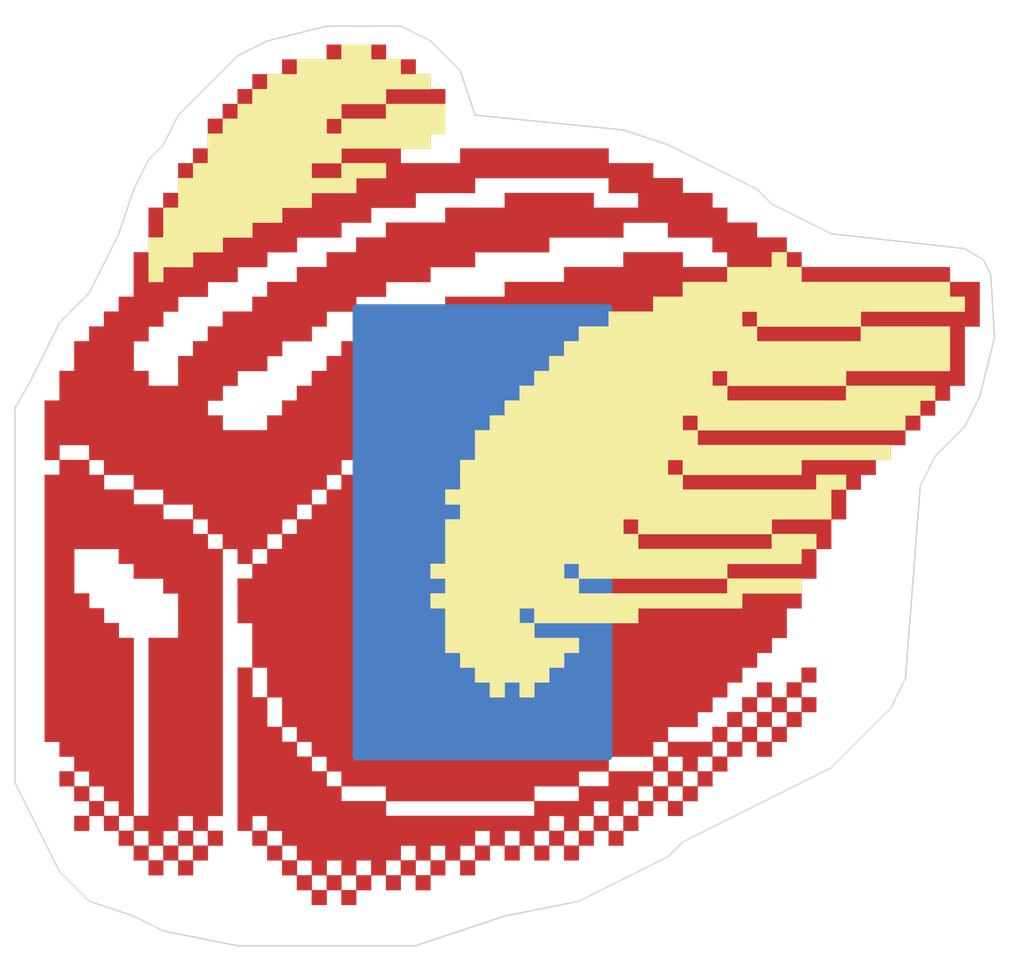
<source format=kicad_pcb>
(kicad_pcb (version 20171130) (host pcbnew "(5.1.6)-1")

  (general
    (thickness 1.6)
    (drawings 70)
    (tracks 0)
    (zones 0)
    (modules 1)
    (nets 1)
  )

  (page A4)
  (layers
    (0 F.Cu signal)
    (31 B.Cu signal)
    (32 B.Adhes user)
    (33 F.Adhes user)
    (34 B.Paste user)
    (35 F.Paste user)
    (36 B.SilkS user)
    (37 F.SilkS user)
    (38 B.Mask user)
    (39 F.Mask user)
    (40 Dwgs.User user)
    (41 Cmts.User user)
    (42 Eco1.User user hide)
    (43 Eco2.User user)
    (44 Edge.Cuts user)
    (45 Margin user)
    (46 B.CrtYd user)
    (47 F.CrtYd user)
    (48 B.Fab user)
    (49 F.Fab user)
  )

  (setup
    (last_trace_width 0.25)
    (trace_clearance 0.2)
    (zone_clearance 0.508)
    (zone_45_only no)
    (trace_min 0.2)
    (via_size 0.8)
    (via_drill 0.4)
    (via_min_size 0.4)
    (via_min_drill 0.3)
    (uvia_size 0.3)
    (uvia_drill 0.1)
    (uvias_allowed no)
    (uvia_min_size 0.2)
    (uvia_min_drill 0.1)
    (edge_width 0.05)
    (segment_width 0.2)
    (pcb_text_width 0.3)
    (pcb_text_size 1.5 1.5)
    (mod_edge_width 0.12)
    (mod_text_size 1 1)
    (mod_text_width 0.15)
    (pad_size 1.524 1.524)
    (pad_drill 0.762)
    (pad_to_mask_clearance 0.05)
    (aux_axis_origin 0 0)
    (visible_elements 7FFFFFFF)
    (pcbplotparams
      (layerselection 0x010fc_ffffffff)
      (usegerberextensions false)
      (usegerberattributes true)
      (usegerberadvancedattributes true)
      (creategerberjobfile true)
      (excludeedgelayer true)
      (linewidth 0.100000)
      (plotframeref false)
      (viasonmask false)
      (mode 1)
      (useauxorigin false)
      (hpglpennumber 1)
      (hpglpenspeed 20)
      (hpglpendiameter 15.000000)
      (psnegative false)
      (psa4output false)
      (plotreference true)
      (plotvalue true)
      (plotinvisibletext false)
      (padsonsilk false)
      (subtractmaskfromsilk false)
      (outputformat 1)
      (mirror false)
      (drillshape 0)
      (scaleselection 1)
      (outputdirectory "Gerbers/"))
  )

  (net 0 "")

  (net_class Default "This is the default net class."
    (clearance 0.2)
    (trace_width 0.25)
    (via_dia 0.8)
    (via_drill 0.4)
    (uvia_dia 0.3)
    (uvia_drill 0.1)
  )

  (module Toasty:Toasty_rev3 (layer F.Cu) (tedit 0) (tstamp 5F7BC3B8)
    (at 147.447 96.901)
    (fp_text reference G*** (at 0 0) (layer F.SilkS) hide
      (effects (font (size 1.524 1.524) (thickness 0.3)))
    )
    (fp_text value LOGO (at 0.75 0) (layer F.SilkS) hide
      (effects (font (size 1.524 1.524) (thickness 0.3)))
    )
    (fp_poly (pts (xy -3.81 -15.748) (xy -2.794 -15.748) (xy -2.794 -15.24) (xy -2.286 -15.24)
      (xy -2.286 -14.732) (xy -1.778 -14.732) (xy -1.778 -14.224) (xy -1.27 -14.224)
      (xy -1.27 -12.7) (xy 3.81 -12.7) (xy 3.81 -12.192) (xy 5.334 -12.192)
      (xy 5.334 -11.684) (xy 6.35 -11.684) (xy 6.35 -11.176) (xy 7.366 -11.176)
      (xy 7.366 -10.668) (xy 8.382 -10.668) (xy 8.382 -10.16) (xy 8.89 -10.16)
      (xy 8.89 -9.652) (xy 9.906 -9.652) (xy 9.906 -9.144) (xy 10.922 -9.144)
      (xy 10.922 -8.636) (xy 15.494 -8.636) (xy 15.494 -8.128) (xy 16.51 -8.128)
      (xy 16.51 -7.62) (xy 17.018 -7.62) (xy 17.018 -5.08) (xy 16.51 -5.08)
      (xy 16.51 -3.048) (xy 16.002 -3.048) (xy 16.002 -2.032) (xy 15.494 -2.032)
      (xy 15.494 -1.524) (xy 14.986 -1.524) (xy 14.986 -1.016) (xy 14.478 -1.016)
      (xy 14.478 0) (xy 13.97 0) (xy 13.97 6.604) (xy 13.462 6.604)
      (xy 13.462 7.62) (xy 12.954 7.62) (xy 12.954 8.128) (xy 12.446 8.128)
      (xy 12.446 8.636) (xy 11.938 8.636) (xy 11.938 9.144) (xy 11.43 9.144)
      (xy 11.43 9.652) (xy 10.922 9.652) (xy 10.922 10.16) (xy 9.906 10.16)
      (xy 9.906 10.668) (xy 8.89 10.668) (xy 8.89 11.176) (xy 7.874 11.176)
      (xy 7.874 11.684) (xy 6.858 11.684) (xy 6.858 12.192) (xy 5.842 12.192)
      (xy 5.842 12.7) (xy 5.334 12.7) (xy 5.334 13.208) (xy 4.318 13.208)
      (xy 4.318 13.716) (xy 3.302 13.716) (xy 3.302 14.224) (xy 2.286 14.224)
      (xy 2.286 14.732) (xy -0.254 14.732) (xy -0.254 15.24) (xy -1.778 15.24)
      (xy -1.778 15.748) (xy -3.302 15.748) (xy -3.302 16.256) (xy -9.398 16.256)
      (xy -9.398 15.748) (xy -11.938 15.748) (xy -11.938 15.24) (xy -12.954 15.24)
      (xy -12.954 14.732) (xy -14.478 14.732) (xy -14.478 14.224) (xy -14.986 14.224)
      (xy -14.986 13.716) (xy -15.494 13.716) (xy -15.494 13.208) (xy -16.002 13.208)
      (xy -16.002 12.192) (xy -16.51 12.192) (xy -16.51 11.176) (xy -17.018 11.176)
      (xy -17.018 -3.556) (xy -16.51 -3.556) (xy -16.51 -4.572) (xy -16.002 -4.572)
      (xy -16.002 -5.588) (xy -15.494 -5.588) (xy -15.494 -6.096) (xy -14.986 -6.096)
      (xy -14.986 -6.604) (xy -14.478 -6.604) (xy -14.478 -7.62) (xy -13.97 -7.62)
      (xy -13.97 -8.636) (xy -13.462 -8.636) (xy -13.462 -10.16) (xy -12.954 -10.16)
      (xy -12.954 -11.176) (xy -12.446 -11.176) (xy -12.446 -11.684) (xy -11.938 -11.684)
      (xy -11.938 -12.7) (xy -11.43 -12.7) (xy -11.43 -13.208) (xy -10.922 -13.208)
      (xy -10.922 -13.716) (xy -10.414 -13.716) (xy -10.414 -14.224) (xy -9.906 -14.224)
      (xy -9.906 -14.732) (xy -9.398 -14.732) (xy -9.398 -15.24) (xy -8.382 -15.24)
      (xy -8.382 -15.748) (xy -6.35 -15.748) (xy -6.35 -16.256) (xy -3.81 -16.256)
      (xy -3.81 -15.748)) (layer Eco1.User) (width 0.01))
    (fp_poly (pts (xy 8.89 8.128) (xy 8.382 8.128) (xy 8.382 7.62) (xy 8.89 7.62)
      (xy 8.89 8.128)) (layer F.Cu) (width 0.01))
    (fp_poly (pts (xy 4.826 9.652) (xy 4.826 9.144) (xy 5.334 9.144) (xy 5.334 9.652)
      (xy 4.826 9.652)) (layer F.Cu) (width 0.01))
    (fp_poly (pts (xy 5.842 9.652) (xy 5.842 10.16) (xy 5.334 10.16) (xy 5.334 9.652)
      (xy 5.842 9.652)) (layer F.Cu) (width 0.01))
    (fp_poly (pts (xy -10.922 12.192) (xy -11.43 12.192) (xy -11.43 11.684) (xy -10.922 11.684)
      (xy -10.922 12.192)) (layer F.Cu) (width 0.01))
    (fp_poly (pts (xy 9.906 7.112) (xy 9.398 7.112) (xy 9.398 6.604) (xy 9.906 6.604)
      (xy 9.906 7.112)) (layer F.Cu) (width 0.01))
    (fp_poly (pts (xy 9.398 7.62) (xy 8.89 7.62) (xy 8.89 7.112) (xy 9.398 7.112)
      (xy 9.398 7.62)) (layer F.Cu) (width 0.01))
    (fp_poly (pts (xy 8.382 7.112) (xy 8.382 6.604) (xy 8.89 6.604) (xy 8.89 7.112)
      (xy 8.382 7.112)) (layer F.Cu) (width 0.01))
    (fp_poly (pts (xy 8.382 7.62) (xy 7.874 7.62) (xy 7.874 7.112) (xy 8.382 7.112)
      (xy 8.382 7.62)) (layer F.Cu) (width 0.01))
    (fp_poly (pts (xy 7.874 8.128) (xy 7.366 8.128) (xy 7.366 7.62) (xy 7.874 7.62)
      (xy 7.874 8.128)) (layer F.Cu) (width 0.01))
    (fp_poly (pts (xy 7.366 8.636) (xy 6.858 8.636) (xy 6.858 8.128) (xy 7.366 8.128)
      (xy 7.366 8.636)) (layer F.Cu) (width 0.01))
    (fp_poly (pts (xy 6.858 9.144) (xy 6.35 9.144) (xy 6.35 9.652) (xy 5.842 9.652)
      (xy 5.842 9.144) (xy 5.334 9.144) (xy 5.334 8.636) (xy 6.858 8.636)
      (xy 6.858 9.144)) (layer F.Cu) (width 0.01))
    (fp_poly (pts (xy 4.826 8.636) (xy 4.826 9.144) (xy 3.302 9.144) (xy 3.302 9.652)
      (xy 2.286 9.652) (xy 2.286 10.16) (xy 0.762 10.16) (xy 0.762 10.668)
      (xy -4.318 10.668) (xy -4.318 10.16) (xy -5.842 10.16) (xy -5.842 9.652)
      (xy -6.35 9.652) (xy -6.35 9.144) (xy -6.858 9.144) (xy -6.858 8.636)
      (xy -7.366 8.636) (xy -7.366 8.128) (xy -7.874 8.128) (xy -7.874 7.112)
      (xy -8.382 7.112) (xy -8.382 6.096) (xy -8.89 6.096) (xy -8.89 4.572)
      (xy -9.398 4.572) (xy -9.398 3.048) (xy -8.89 3.048) (xy -8.89 2.54)
      (xy -9.398 2.54) (xy -9.398 2.032) (xy -8.89 2.032) (xy -8.89 2.54)
      (xy -8.382 2.54) (xy -8.382 2.032) (xy -8.89 2.032) (xy -9.398 2.032)
      (xy -9.906 2.032) (xy -9.906 11.176) (xy -10.414 11.176) (xy -10.414 11.684)
      (xy -9.906 11.684) (xy -9.906 12.192) (xy -10.414 12.192) (xy -10.414 12.7)
      (xy -10.922 12.7) (xy -10.922 13.208) (xy -11.43 13.208) (xy -11.43 12.7)
      (xy -11.938 12.7) (xy -11.938 13.208) (xy -12.446 13.208) (xy -12.446 12.7)
      (xy -12.954 12.7) (xy -12.954 12.192) (xy -13.462 12.192) (xy -13.462 11.684)
      (xy -13.97 11.684) (xy -13.97 11.176) (xy -13.462 11.176) (xy -13.462 11.684)
      (xy -12.954 11.684) (xy -12.954 12.192) (xy -12.446 12.192) (xy -12.446 12.7)
      (xy -11.938 12.7) (xy -11.938 12.192) (xy -12.446 12.192) (xy -12.446 11.684)
      (xy -11.938 11.684) (xy -11.938 12.192) (xy -11.43 12.192) (xy -11.43 12.7)
      (xy -10.922 12.7) (xy -10.922 12.192) (xy -10.414 12.192) (xy -10.414 11.684)
      (xy -10.922 11.684) (xy -10.922 11.176) (xy -11.43 11.176) (xy -11.43 11.684)
      (xy -11.938 11.684) (xy -12.446 11.684) (xy -12.954 11.684) (xy -12.954 11.176)
      (xy -13.462 11.176) (xy -13.462 10.668) (xy -13.97 10.668) (xy -13.97 10.16)
      (xy -14.478 10.16) (xy -14.478 9.652) (xy -14.986 9.652) (xy -14.986 9.144)
      (xy -15.494 9.144) (xy -15.494 8.636) (xy -16.002 8.636) (xy -16.002 2.032)
      (xy -14.986 2.032) (xy -14.986 3.556) (xy -14.478 3.556) (xy -14.478 4.064)
      (xy -13.97 4.064) (xy -13.97 4.572) (xy -13.462 4.572) (xy -13.462 5.08)
      (xy -12.954 5.08) (xy -12.954 11.176) (xy -12.446 11.176) (xy -12.446 5.08)
      (xy -11.43 5.08) (xy -11.43 3.556) (xy -11.938 3.556) (xy -11.938 3.048)
      (xy -12.954 3.048) (xy -12.954 2.54) (xy -13.462 2.54) (xy -13.462 2.032)
      (xy -10.414 2.032) (xy -9.906 2.032) (xy -9.906 1.524) (xy -8.382 1.524)
      (xy -8.382 2.032) (xy -7.874 2.032) (xy -7.874 1.524) (xy -8.382 1.524)
      (xy -9.906 1.524) (xy -10.414 1.524) (xy -10.414 2.032) (xy -13.462 2.032)
      (xy -14.986 2.032) (xy -16.002 2.032) (xy -16.002 -0.508) (xy -15.494 -0.508)
      (xy -15.494 -1.016) (xy -16.002 -1.016) (xy -16.002 -1.524) (xy -15.494 -1.524)
      (xy -15.494 -1.016) (xy -14.478 -1.016) (xy -14.478 -0.508) (xy -13.97 -0.508)
      (xy -13.97 0) (xy -12.954 0) (xy -12.954 0.508) (xy -11.938 0.508)
      (xy -11.938 1.016) (xy -10.922 1.016) (xy -10.922 1.524) (xy -10.414 1.524)
      (xy -10.414 1.016) (xy -7.874 1.016) (xy -7.874 1.524) (xy -7.366 1.524)
      (xy -7.366 1.016) (xy -7.874 1.016) (xy -10.414 1.016) (xy -10.922 1.016)
      (xy -10.922 0.508) (xy -7.366 0.508) (xy -7.366 1.016) (xy -6.858 1.016)
      (xy -6.858 0.508) (xy -7.366 0.508) (xy -10.922 0.508) (xy -11.938 0.508)
      (xy -11.938 0) (xy -6.858 0) (xy -6.858 0.508) (xy -6.35 0.508)
      (xy -6.35 0) (xy -6.858 0) (xy -11.938 0) (xy -12.954 0)
      (xy -12.954 -0.508) (xy -6.35 -0.508) (xy -6.35 0) (xy -5.842 0)
      (xy -5.842 -0.508) (xy -6.35 -0.508) (xy -12.954 -0.508) (xy -13.97 -0.508)
      (xy -13.97 -1.016) (xy -5.842 -1.016) (xy -5.842 -0.508) (xy -5.334 -0.508)
      (xy -5.334 -1.016) (xy -5.842 -1.016) (xy -13.97 -1.016) (xy -14.478 -1.016)
      (xy -14.478 -1.524) (xy -4.826 -1.524) (xy -4.826 -1.016) (xy -4.318 -1.016)
      (xy -4.318 -1.524) (xy -4.826 -1.524) (xy -14.478 -1.524) (xy -15.494 -1.524)
      (xy -16.002 -1.524) (xy -16.002 -3.048) (xy -15.494 -3.048) (xy -10.414 -3.048)
      (xy -10.414 -2.54) (xy -9.906 -2.54) (xy -9.906 -2.032) (xy -8.382 -2.032)
      (xy -3.81 -2.032) (xy -3.81 -1.524) (xy -3.302 -1.524) (xy -3.302 -2.032)
      (xy -3.81 -2.032) (xy -8.382 -2.032) (xy -8.382 -2.54) (xy -7.874 -2.54)
      (xy -2.794 -2.54) (xy -2.794 -2.032) (xy -2.286 -2.032) (xy -2.286 -2.54)
      (xy -2.794 -2.54) (xy -7.874 -2.54) (xy -7.874 -3.048) (xy -7.366 -3.048)
      (xy -7.366 -3.556) (xy -6.858 -3.556) (xy -6.858 -4.064) (xy -6.35 -4.064)
      (xy -6.35 -4.572) (xy -5.842 -4.572) (xy -5.842 -5.08) (xy -4.826 -5.08)
      (xy -4.826 -5.588) (xy -3.302 -5.588) (xy -3.302 -6.096) (xy -2.286 -6.096)
      (xy -2.286 -6.604) (xy -0.254 -6.604) (xy -0.254 -7.112) (xy 1.778 -7.112)
      (xy 1.778 -7.62) (xy 3.81 -7.62) (xy 3.81 -8.128) (xy 5.842 -8.128)
      (xy 5.842 -7.62) (xy 7.366 -7.62) (xy 7.366 -8.128) (xy 6.858 -8.128)
      (xy 6.858 -8.636) (xy 5.334 -8.636) (xy 5.334 -9.144) (xy 3.81 -9.144)
      (xy 3.81 -8.636) (xy 1.27 -8.636) (xy 1.27 -8.128) (xy -1.27 -8.128)
      (xy -1.27 -7.62) (xy -2.794 -7.62) (xy -2.794 -7.112) (xy -4.318 -7.112)
      (xy -4.318 -6.604) (xy -5.334 -6.604) (xy -5.334 -6.096) (xy -6.35 -6.096)
      (xy -6.35 -5.588) (xy -6.858 -5.588) (xy -6.858 -5.08) (xy -7.874 -5.08)
      (xy -7.874 -4.572) (xy -8.382 -4.572) (xy -8.382 -4.064) (xy -9.398 -4.064)
      (xy -9.398 -3.556) (xy -9.906 -3.556) (xy -9.906 -3.048) (xy -10.414 -3.048)
      (xy -15.494 -3.048) (xy -15.494 -4.064) (xy -14.986 -4.064) (xy -14.986 -5.08)
      (xy -14.478 -5.08) (xy -12.954 -5.08) (xy -12.954 -4.064) (xy -12.446 -4.064)
      (xy -12.446 -3.556) (xy -11.43 -3.556) (xy -11.43 -4.572) (xy -10.922 -4.572)
      (xy -10.922 -5.08) (xy -10.414 -5.08) (xy -10.414 -5.588) (xy -9.906 -5.588)
      (xy -9.906 -6.096) (xy -8.89 -6.096) (xy -8.89 -6.604) (xy -8.382 -6.604)
      (xy -8.382 -7.112) (xy -7.366 -7.112) (xy -7.366 -7.62) (xy -6.35 -7.62)
      (xy -6.35 -8.128) (xy -5.334 -8.128) (xy -5.334 -8.636) (xy -4.318 -8.636)
      (xy -4.318 -9.144) (xy -2.286 -9.144) (xy -2.286 -9.652) (xy -0.254 -9.652)
      (xy -0.254 -10.16) (xy 2.794 -10.16) (xy 2.794 -9.652) (xy 4.318 -9.652)
      (xy 4.318 -10.16) (xy 3.302 -10.16) (xy 3.302 -10.668) (xy -1.27 -10.668)
      (xy -1.27 -10.16) (xy -3.302 -10.16) (xy -3.302 -9.652) (xy -4.826 -9.652)
      (xy -4.826 -9.144) (xy -5.842 -9.144) (xy -5.842 -8.636) (xy -7.366 -8.636)
      (xy -7.366 -8.128) (xy -8.382 -8.128) (xy -8.382 -7.62) (xy -9.398 -7.62)
      (xy -9.398 -7.112) (xy -10.414 -7.112) (xy -10.414 -6.604) (xy -11.43 -6.604)
      (xy -11.43 -6.096) (xy -11.938 -6.096) (xy -11.938 -5.588) (xy -12.446 -5.588)
      (xy -12.446 -5.08) (xy -12.954 -5.08) (xy -14.478 -5.08) (xy -14.478 -5.588)
      (xy -13.97 -5.588) (xy -13.97 -6.096) (xy -13.462 -6.096) (xy -13.462 -6.604)
      (xy -12.954 -6.604) (xy -12.954 -8.128) (xy -12.446 -8.128) (xy -12.446 -9.652)
      (xy -11.938 -9.652) (xy -11.938 -10.16) (xy -11.43 -10.16) (xy -11.43 -11.176)
      (xy -10.922 -11.176) (xy -10.922 -11.684) (xy -10.414 -11.684) (xy -10.414 -12.7)
      (xy -9.906 -12.7) (xy -9.906 -13.208) (xy -9.398 -13.208) (xy -9.398 -13.716)
      (xy -8.89 -13.716) (xy -8.89 -14.224) (xy -7.874 -14.224) (xy -7.874 -14.732)
      (xy -6.35 -14.732) (xy -6.35 -15.24) (xy -4.318 -15.24) (xy -4.318 -14.732)
      (xy -3.302 -14.732) (xy -3.302 -14.224) (xy -2.794 -14.224) (xy -2.794 -13.716)
      (xy -2.286 -13.716) (xy -2.286 -12.192) (xy -2.794 -12.192) (xy -2.794 -11.684)
      (xy -3.81 -11.684) (xy -3.81 -11.176) (xy -1.778 -11.176) (xy -1.778 -11.684)
      (xy 3.302 -11.684) (xy 3.302 -11.176) (xy 4.826 -11.176) (xy 4.826 -10.668)
      (xy 5.842 -10.668) (xy 5.842 -10.16) (xy 6.858 -10.16) (xy 6.858 -9.652)
      (xy 7.366 -9.652) (xy 7.366 -9.144) (xy 8.382 -9.144) (xy 8.382 -8.636)
      (xy 9.398 -8.636) (xy 9.398 -8.128) (xy 9.906 -8.128) (xy 9.906 -7.62)
      (xy 14.986 -7.62) (xy 14.986 -7.112) (xy 16.002 -7.112) (xy 16.002 -5.588)
      (xy 15.494 -5.588) (xy 15.494 -3.556) (xy 14.986 -3.556) (xy 14.986 -3.048)
      (xy 14.478 -3.048) (xy 14.478 -2.54) (xy 13.97 -2.54) (xy 13.97 -2.032)
      (xy 13.462 -2.032) (xy 13.462 -1.524) (xy 12.954 -1.524) (xy 12.954 -1.016)
      (xy 12.446 -1.016) (xy 12.446 -0.508) (xy 11.938 -0.508) (xy 11.938 0)
      (xy 11.43 0) (xy 11.43 1.016) (xy 10.922 1.016) (xy 10.922 2.032)
      (xy 10.414 2.032) (xy 10.414 3.048) (xy 9.906 3.048) (xy 9.906 4.064)
      (xy 9.398 4.064) (xy 9.398 5.08) (xy 8.89 5.08) (xy 8.89 5.588)
      (xy 8.382 5.588) (xy 8.382 6.096) (xy 7.874 6.096) (xy 7.874 6.604)
      (xy 7.366 6.604) (xy 7.366 7.112) (xy 6.858 7.112) (xy 6.858 7.62)
      (xy 6.35 7.62) (xy 6.35 8.128) (xy 5.334 8.128) (xy 5.334 8.636)
      (xy 4.826 8.636)) (layer F.Cu) (width 0.01))
    (fp_poly (pts (xy 9.906 8.128) (xy 9.398 8.128) (xy 9.398 7.62) (xy 9.906 7.62)
      (xy 9.906 8.128)) (layer F.Cu) (width 0.01))
    (fp_poly (pts (xy 9.398 8.636) (xy 8.89 8.636) (xy 8.89 8.128) (xy 9.398 8.128)
      (xy 9.398 8.636)) (layer F.Cu) (width 0.01))
    (fp_poly (pts (xy 8.89 9.144) (xy 8.382 9.144) (xy 8.382 8.636) (xy 8.89 8.636)
      (xy 8.89 9.144)) (layer F.Cu) (width 0.01))
    (fp_poly (pts (xy 7.874 8.636) (xy 7.874 8.128) (xy 8.382 8.128) (xy 8.382 8.636)
      (xy 7.874 8.636)) (layer F.Cu) (width 0.01))
    (fp_poly (pts (xy 7.874 9.144) (xy 7.366 9.144) (xy 7.366 8.636) (xy 7.874 8.636)
      (xy 7.874 9.144)) (layer F.Cu) (width 0.01))
    (fp_poly (pts (xy 7.366 9.652) (xy 6.858 9.652) (xy 6.858 9.144) (xy 7.366 9.144)
      (xy 7.366 9.652)) (layer F.Cu) (width 0.01))
    (fp_poly (pts (xy 6.858 10.16) (xy 6.35 10.16) (xy 6.35 9.652) (xy 6.858 9.652)
      (xy 6.858 10.16)) (layer F.Cu) (width 0.01))
    (fp_poly (pts (xy 6.35 10.668) (xy 5.842 10.668) (xy 5.842 10.16) (xy 6.35 10.16)
      (xy 6.35 10.668)) (layer F.Cu) (width 0.01))
    (fp_poly (pts (xy 5.842 11.176) (xy 5.334 11.176) (xy 5.334 10.668) (xy 5.842 10.668)
      (xy 5.842 11.176)) (layer F.Cu) (width 0.01))
    (fp_poly (pts (xy 4.826 10.668) (xy 4.826 10.16) (xy 5.334 10.16) (xy 5.334 10.668)
      (xy 4.826 10.668)) (layer F.Cu) (width 0.01))
    (fp_poly (pts (xy 4.826 11.176) (xy 4.318 11.176) (xy 4.318 10.668) (xy 4.826 10.668)
      (xy 4.826 11.176)) (layer F.Cu) (width 0.01))
    (fp_poly (pts (xy 4.318 11.684) (xy 3.81 11.684) (xy 3.81 11.176) (xy 4.318 11.176)
      (xy 4.318 11.684)) (layer F.Cu) (width 0.01))
    (fp_poly (pts (xy 3.81 12.192) (xy 3.302 12.192) (xy 3.302 11.684) (xy 3.81 11.684)
      (xy 3.81 12.192)) (layer F.Cu) (width 0.01))
    (fp_poly (pts (xy 2.794 11.684) (xy 2.794 11.176) (xy 3.302 11.176) (xy 3.302 11.684)
      (xy 2.794 11.684)) (layer F.Cu) (width 0.01))
    (fp_poly (pts (xy 2.794 12.192) (xy 2.286 12.192) (xy 2.286 11.684) (xy 2.794 11.684)
      (xy 2.794 12.192)) (layer F.Cu) (width 0.01))
    (fp_poly (pts (xy 2.286 12.7) (xy 1.778 12.7) (xy 1.778 12.192) (xy 2.286 12.192)
      (xy 2.286 12.7)) (layer F.Cu) (width 0.01))
    (fp_poly (pts (xy 1.27 12.192) (xy 1.27 11.684) (xy 1.778 11.684) (xy 1.778 12.192)
      (xy 1.27 12.192)) (layer F.Cu) (width 0.01))
    (fp_poly (pts (xy 1.27 12.7) (xy 0.762 12.7) (xy 0.762 12.192) (xy 1.27 12.192)
      (xy 1.27 12.7)) (layer F.Cu) (width 0.01))
    (fp_poly (pts (xy 0.254 12.192) (xy 0.254 12.7) (xy -0.254 12.7) (xy -0.254 12.192)
      (xy -0.762 12.192) (xy -0.762 12.7) (xy -1.27 12.7) (xy -1.27 13.208)
      (xy -1.778 13.208) (xy -1.778 12.7) (xy -2.286 12.7) (xy -2.286 13.208)
      (xy -2.794 13.208) (xy -2.794 13.716) (xy -3.302 13.716) (xy -3.302 13.208)
      (xy -3.81 13.208) (xy -3.81 13.716) (xy -4.318 13.716) (xy -4.318 13.208)
      (xy -4.826 13.208) (xy -4.826 13.716) (xy -5.334 13.716) (xy -5.334 14.224)
      (xy -5.842 14.224) (xy -5.842 13.716) (xy -6.35 13.716) (xy -6.35 14.224)
      (xy -6.858 14.224) (xy -6.858 13.716) (xy -7.366 13.716) (xy -7.366 13.208)
      (xy -7.874 13.208) (xy -7.874 12.7) (xy -8.382 12.7) (xy -8.382 12.192)
      (xy -8.89 12.192) (xy -8.89 11.684) (xy -9.398 11.684) (xy -9.398 11.176)
      (xy -8.89 11.176) (xy -8.89 11.684) (xy -8.382 11.684) (xy -8.382 12.192)
      (xy -7.874 12.192) (xy -7.874 12.7) (xy -7.366 12.7) (xy -7.366 13.208)
      (xy -6.858 13.208) (xy -6.858 13.716) (xy -6.35 13.716) (xy -6.35 13.208)
      (xy -6.858 13.208) (xy -6.858 12.7) (xy -6.35 12.7) (xy -6.35 13.208)
      (xy -5.842 13.208) (xy -5.842 13.716) (xy -5.334 13.716) (xy -5.334 13.208)
      (xy -5.842 13.208) (xy -5.842 12.7) (xy -5.334 12.7) (xy -5.334 13.208)
      (xy -4.826 13.208) (xy -4.826 12.7) (xy -4.318 12.7) (xy -4.318 13.208)
      (xy -3.81 13.208) (xy -3.81 12.7) (xy -4.318 12.7) (xy -4.826 12.7)
      (xy -5.334 12.7) (xy -5.842 12.7) (xy -6.35 12.7) (xy -6.858 12.7)
      (xy -7.366 12.7) (xy -7.366 12.192) (xy -3.81 12.192) (xy -3.81 12.7)
      (xy -3.302 12.7) (xy -3.302 13.208) (xy -2.794 13.208) (xy -2.794 12.7)
      (xy -3.302 12.7) (xy -3.302 12.192) (xy -2.794 12.192) (xy -2.794 12.7)
      (xy -2.286 12.7) (xy -2.286 12.192) (xy -1.778 12.192) (xy -1.778 12.7)
      (xy -1.27 12.7) (xy -1.27 12.192) (xy -1.778 12.192) (xy -2.286 12.192)
      (xy -2.794 12.192) (xy -3.302 12.192) (xy -3.81 12.192) (xy -7.366 12.192)
      (xy -7.874 12.192) (xy -7.874 11.684) (xy -1.27 11.684) (xy -1.27 12.192)
      (xy -0.762 12.192) (xy -0.762 11.684) (xy -0.254 11.684) (xy -0.254 12.192)
      (xy 0.254 12.192) (xy 0.254 11.684) (xy -0.254 11.684) (xy -0.762 11.684)
      (xy -1.27 11.684) (xy -7.874 11.684) (xy -8.382 11.684) (xy -8.382 11.176)
      (xy -8.89 11.176) (xy -9.398 11.176) (xy -9.398 6.096) (xy -8.89 6.096)
      (xy -8.89 7.112) (xy -8.382 7.112) (xy -8.382 8.128) (xy -7.874 8.128)
      (xy -7.874 8.636) (xy -7.366 8.636) (xy -7.366 9.144) (xy -6.858 9.144)
      (xy -6.858 9.652) (xy -6.35 9.652) (xy -6.35 10.16) (xy -5.842 10.16)
      (xy -5.842 10.668) (xy -4.318 10.668) (xy -4.318 11.176) (xy 0.762 11.176)
      (xy 0.762 10.668) (xy 2.286 10.668) (xy 2.286 10.16) (xy 3.302 10.16)
      (xy 3.302 9.652) (xy 4.826 9.652) (xy 4.826 10.16) (xy 4.318 10.16)
      (xy 4.318 10.668) (xy 3.81 10.668) (xy 3.81 11.176) (xy 3.302 11.176)
      (xy 3.302 10.668) (xy 2.794 10.668) (xy 2.794 11.176) (xy 2.286 11.176)
      (xy 2.286 11.684) (xy 1.778 11.684) (xy 1.778 11.176) (xy 1.27 11.176)
      (xy 1.27 11.684) (xy 0.762 11.684) (xy 0.762 12.192) (xy 0.254 12.192)) (layer F.Cu) (width 0.01))
    (fp_poly (pts (xy 9.906 6.096) (xy 10.414 6.096) (xy 10.414 6.604) (xy 9.906 6.604)
      (xy 9.906 6.096)) (layer F.Cu) (width 0.01))
    (fp_poly (pts (xy 9.906 7.112) (xy 10.414 7.112) (xy 10.414 7.62) (xy 9.906 7.62)
      (xy 9.906 7.112)) (layer F.Cu) (width 0.01))
    (fp_poly (pts (xy -14.478 10.668) (xy -13.97 10.668) (xy -13.97 11.176) (xy -14.478 11.176)
      (xy -14.478 10.668)) (layer F.Cu) (width 0.01))
    (fp_poly (pts (xy -14.986 10.668) (xy -14.986 10.16) (xy -14.478 10.16) (xy -14.478 10.668)
      (xy -14.986 10.668)) (layer F.Cu) (width 0.01))
    (fp_poly (pts (xy -15.494 10.16) (xy -15.494 9.652) (xy -14.986 9.652) (xy -14.986 10.16)
      (xy -15.494 10.16)) (layer F.Cu) (width 0.01))
    (fp_poly (pts (xy -14.478 11.684) (xy -14.986 11.684) (xy -14.986 11.176) (xy -14.478 11.176)
      (xy -14.478 11.684)) (layer F.Cu) (width 0.01))
    (fp_poly (pts (xy 5.334 6.604) (xy 4.826 6.604) (xy 4.826 7.112) (xy 4.318 7.112)
      (xy 4.318 6.604) (xy 3.81 6.604) (xy 3.81 6.096) (xy 4.318 6.096)
      (xy 4.318 6.604) (xy 4.826 6.604) (xy 4.826 6.096) (xy 4.318 6.096)
      (xy 4.318 5.588) (xy 4.826 5.588) (xy 4.826 6.096) (xy 5.334 6.096)
      (xy 5.334 6.604)) (layer F.Mask) (width 0.01))
    (fp_poly (pts (xy 6.35 6.604) (xy 5.842 6.604) (xy 5.842 6.096) (xy 6.35 6.096)
      (xy 6.35 6.604)) (layer F.Mask) (width 0.01))
    (fp_poly (pts (xy 5.334 5.588) (xy 5.842 5.588) (xy 5.842 6.096) (xy 5.334 6.096)
      (xy 5.334 5.588)) (layer F.Mask) (width 0.01))
    (fp_poly (pts (xy -2.286 1.016) (xy -2.794 1.016) (xy -2.794 0.508) (xy -2.286 0.508)
      (xy -2.286 1.016)) (layer F.Mask) (width 0.01))
    (fp_poly (pts (xy -2.286 2.032) (xy -2.794 2.032) (xy -2.794 1.524) (xy -2.286 1.524)
      (xy -2.286 2.032)) (layer F.Mask) (width 0.01))
    (fp_poly (pts (xy -10.922 1.524) (xy -10.922 1.016) (xy -10.414 1.016) (xy -10.414 1.524)
      (xy -10.922 1.524)) (layer F.Mask) (width 0.01))
    (fp_poly (pts (xy -11.938 1.016) (xy -11.938 0.508) (xy -10.922 0.508) (xy -10.922 1.016)
      (xy -11.938 1.016)) (layer F.Mask) (width 0.01))
    (fp_poly (pts (xy -12.954 0.508) (xy -12.954 0) (xy -11.938 0) (xy -11.938 0.508)
      (xy -12.954 0.508)) (layer F.Mask) (width 0.01))
    (fp_poly (pts (xy -13.97 0) (xy -13.97 -0.508) (xy -12.954 -0.508) (xy -12.954 0)
      (xy -13.97 0)) (layer F.Mask) (width 0.01))
    (fp_poly (pts (xy -14.478 -0.508) (xy -14.478 -1.016) (xy -13.97 -1.016) (xy -13.97 -0.508)
      (xy -14.478 -0.508)) (layer F.Mask) (width 0.01))
    (fp_poly (pts (xy -15.494 -1.016) (xy -15.494 -1.524) (xy -14.478 -1.524) (xy -14.478 -1.016)
      (xy -15.494 -1.016)) (layer F.Mask) (width 0.01))
    (fp_poly (pts (xy -9.906 1.524) (xy -9.906 2.032) (xy -10.414 2.032) (xy -10.414 1.524)
      (xy -9.906 1.524)) (layer F.Mask) (width 0.01))
    (fp_poly (pts (xy -8.382 7.112) (xy -8.89 7.112) (xy -8.89 6.096) (xy -8.382 6.096)
      (xy -8.382 7.112)) (layer F.Mask) (width 0.01))
    (fp_poly (pts (xy -7.874 7.112) (xy -7.874 8.128) (xy -8.382 8.128) (xy -8.382 7.112)
      (xy -7.874 7.112)) (layer F.Mask) (width 0.01))
    (fp_poly (pts (xy -7.366 8.128) (xy -7.366 8.636) (xy -7.874 8.636) (xy -7.874 8.128)
      (xy -7.366 8.128)) (layer F.Mask) (width 0.01))
    (fp_poly (pts (xy -6.858 8.636) (xy -6.858 9.144) (xy -6.35 9.144) (xy -6.35 9.652)
      (xy -5.842 9.652) (xy -5.842 10.16) (xy -4.318 10.16) (xy -4.318 9.652)
      (xy -5.842 9.652) (xy -5.842 9.144) (xy -6.35 9.144) (xy -6.35 8.636)
      (xy -6.858 8.636) (xy -6.858 7.62) (xy -6.35 7.62) (xy -6.35 8.128)
      (xy -5.842 8.128) (xy -5.842 8.636) (xy -4.826 8.636) (xy -4.826 9.144)
      (xy -3.81 9.144) (xy -3.81 9.652) (xy 0.762 9.652) (xy 0.762 9.144)
      (xy 2.286 9.144) (xy 2.286 9.652) (xy 1.27 9.652) (xy 1.27 10.16)
      (xy 2.286 10.16) (xy 2.286 10.668) (xy 0.762 10.668) (xy 0.762 11.176)
      (xy -4.318 11.176) (xy -4.318 10.668) (xy 0.762 10.668) (xy 0.762 10.16)
      (xy -4.318 10.16) (xy -4.318 10.668) (xy -5.842 10.668) (xy -5.842 10.16)
      (xy -6.35 10.16) (xy -6.35 9.652) (xy -6.858 9.652) (xy -6.858 9.144)
      (xy -7.366 9.144) (xy -7.366 8.636) (xy -6.858 8.636)) (layer F.Mask) (width 0.01))
    (fp_poly (pts (xy -8.382 5.588) (xy -7.874 5.588) (xy -7.874 6.096) (xy -8.382 6.096)
      (xy -8.382 5.588)) (layer F.Mask) (width 0.01))
    (fp_poly (pts (xy -6.858 7.112) (xy -6.858 7.62) (xy -7.366 7.62) (xy -7.366 7.112)
      (xy -6.858 7.112)) (layer F.Mask) (width 0.01))
    (fp_poly (pts (xy 2.286 8.636) (xy 2.794 8.636) (xy 2.794 9.144) (xy 2.286 9.144)
      (xy 2.286 8.636)) (layer F.Mask) (width 0.01))
    (fp_poly (pts (xy 2.794 8.128) (xy 3.302 8.128) (xy 3.302 8.636) (xy 2.794 8.636)
      (xy 2.794 8.128)) (layer F.Mask) (width 0.01))
    (fp_poly (pts (xy 3.302 7.62) (xy 3.81 7.62) (xy 3.81 8.128) (xy 4.318 8.128)
      (xy 4.318 7.62) (xy 3.81 7.62) (xy 3.81 7.112) (xy 4.318 7.112)
      (xy 4.318 7.62) (xy 4.826 7.62) (xy 4.826 8.128) (xy 4.318 8.128)
      (xy 4.318 8.636) (xy 3.81 8.636) (xy 3.81 8.128) (xy 3.302 8.128)
      (xy 3.302 7.62)) (layer F.Mask) (width 0.01))
    (fp_poly (pts (xy 3.81 6.604) (xy 3.81 7.112) (xy 3.302 7.112) (xy 3.302 6.604)
      (xy 3.81 6.604)) (layer F.Mask) (width 0.01))
    (fp_poly (pts (xy -7.874 7.112) (xy -7.874 6.096) (xy -7.366 6.096) (xy -7.366 7.112)
      (xy -7.874 7.112)) (layer F.Mask) (width 0.01))
    (fp_poly (pts (xy 2.794 6.604) (xy 2.794 6.096) (xy 3.302 6.096) (xy 3.302 6.604)
      (xy 2.794 6.604)) (layer F.Mask) (width 0.01))
    (fp_poly (pts (xy 4.826 7.112) (xy 5.334 7.112) (xy 5.334 7.62) (xy 4.826 7.62)
      (xy 4.826 7.112)) (layer F.Mask) (width 0.01))
    (fp_poly (pts (xy 5.334 6.604) (xy 5.842 6.604) (xy 5.842 7.112) (xy 5.334 7.112)
      (xy 5.334 6.604)) (layer F.Mask) (width 0.01))
    (fp_poly (pts (xy 6.35 7.112) (xy 6.35 7.62) (xy 5.842 7.62) (xy 5.842 7.112)
      (xy 6.35 7.112)) (layer F.Mask) (width 0.01))
    (fp_poly (pts (xy 6.35 6.604) (xy 6.858 6.604) (xy 6.858 7.112) (xy 6.35 7.112)
      (xy 6.35 6.604)) (layer F.Mask) (width 0.01))
    (fp_poly (pts (xy 6.858 6.096) (xy 7.366 6.096) (xy 7.366 6.604) (xy 6.858 6.604)
      (xy 6.858 6.096)) (layer F.Mask) (width 0.01))
    (fp_poly (pts (xy 6.35 6.096) (xy 6.35 5.588) (xy 6.858 5.588) (xy 6.858 6.096)
      (xy 6.35 6.096)) (layer F.Mask) (width 0.01))
    (fp_poly (pts (xy 6.858 5.08) (xy 7.366 5.08) (xy 7.366 5.588) (xy 6.858 5.588)
      (xy 6.858 5.08)) (layer F.Mask) (width 0.01))
    (fp_poly (pts (xy 2.286 5.588) (xy 2.794 5.588) (xy 2.794 6.096) (xy 2.286 6.096)
      (xy 2.286 5.588)) (layer F.Mask) (width 0.01))
    (fp_poly (pts (xy 2.794 5.08) (xy 3.302 5.08) (xy 3.302 5.588) (xy 2.794 5.588)
      (xy 2.794 5.08)) (layer F.Mask) (width 0.01))
    (fp_poly (pts (xy 3.81 5.588) (xy 3.81 6.096) (xy 3.302 6.096) (xy 3.302 5.588)
      (xy 3.81 5.588)) (layer F.Mask) (width 0.01))
    (fp_poly (pts (xy 3.81 5.08) (xy 4.318 5.08) (xy 4.318 5.588) (xy 3.81 5.588)
      (xy 3.81 5.08)) (layer F.Mask) (width 0.01))
    (fp_poly (pts (xy 4.318 4.572) (xy 4.826 4.572) (xy 4.826 5.08) (xy 4.318 5.08)
      (xy 4.318 4.572)) (layer F.Mask) (width 0.01))
    (fp_poly (pts (xy 5.334 5.08) (xy 5.334 5.588) (xy 4.826 5.588) (xy 4.826 5.08)
      (xy 5.334 5.08)) (layer F.Mask) (width 0.01))
    (fp_poly (pts (xy 5.334 4.572) (xy 5.842 4.572) (xy 5.842 5.08) (xy 5.334 5.08)
      (xy 5.334 4.572)) (layer F.Mask) (width 0.01))
    (fp_poly (pts (xy 6.35 5.08) (xy 6.35 5.588) (xy 5.842 5.588) (xy 5.842 5.08)
      (xy 6.35 5.08)) (layer F.Mask) (width 0.01))
    (fp_poly (pts (xy 6.35 4.572) (xy 6.858 4.572) (xy 6.858 5.08) (xy 6.35 5.08)
      (xy 6.35 4.572)) (layer F.Mask) (width 0.01))
    (fp_poly (pts (xy 7.366 4.572) (xy 7.874 4.572) (xy 7.874 5.08) (xy 7.366 5.08)
      (xy 7.366 4.572)) (layer F.Mask) (width 0.01))
    (fp_poly (pts (xy 7.874 4.064) (xy 8.382 4.064) (xy 8.382 4.572) (xy 7.874 4.572)
      (xy 7.874 4.064)) (layer F.Mask) (width 0.01))
    (fp_poly (pts (xy 8.89 5.08) (xy 8.382 5.08) (xy 8.382 4.572) (xy 8.89 4.572)
      (xy 8.89 5.08)) (layer F.Mask) (width 0.01))
    (fp_poly (pts (xy 2.286 6.604) (xy 1.778 6.604) (xy 1.778 6.096) (xy 2.286 6.096)
      (xy 2.286 6.604)) (layer F.Mask) (width 0.01))
    (fp_poly (pts (xy 9.398 8.128) (xy 8.89 8.128) (xy 8.89 8.636) (xy 8.382 8.636)
      (xy 8.382 8.128) (xy 7.874 8.128) (xy 7.874 7.62) (xy 8.382 7.62)
      (xy 8.382 8.128) (xy 8.89 8.128) (xy 8.89 7.62) (xy 8.382 7.62)
      (xy 8.382 7.112) (xy 8.89 7.112) (xy 8.89 7.62) (xy 9.398 7.62)
      (xy 9.398 8.128)) (layer F.Mask) (width 0.01))
    (fp_poly (pts (xy 1.27 11.176) (xy 1.778 11.176) (xy 1.778 11.684) (xy 1.27 11.684)
      (xy 1.27 11.176)) (layer F.Mask) (width 0.01))
    (fp_poly (pts (xy 2.286 11.684) (xy 2.286 12.192) (xy 1.778 12.192) (xy 1.778 11.684)
      (xy 2.286 11.684)) (layer F.Mask) (width 0.01))
    (fp_poly (pts (xy 2.286 11.176) (xy 2.794 11.176) (xy 2.794 11.684) (xy 2.286 11.684)
      (xy 2.286 11.176)) (layer F.Mask) (width 0.01))
    (fp_poly (pts (xy 2.794 10.668) (xy 3.302 10.668) (xy 3.302 11.176) (xy 2.794 11.176)
      (xy 2.794 10.668)) (layer F.Mask) (width 0.01))
    (fp_poly (pts (xy 3.81 11.176) (xy 3.81 11.684) (xy 3.302 11.684) (xy 3.302 11.176)
      (xy 3.81 11.176)) (layer F.Mask) (width 0.01))
    (fp_poly (pts (xy 3.81 10.668) (xy 4.318 10.668) (xy 4.318 11.176) (xy 3.81 11.176)
      (xy 3.81 10.668)) (layer F.Mask) (width 0.01))
    (fp_poly (pts (xy 4.318 10.16) (xy 4.826 10.16) (xy 4.826 10.668) (xy 4.318 10.668)
      (xy 4.318 10.16)) (layer F.Mask) (width 0.01))
    (fp_poly (pts (xy 4.826 9.652) (xy 5.334 9.652) (xy 5.334 10.16) (xy 5.842 10.16)
      (xy 5.842 9.652) (xy 5.334 9.652) (xy 5.334 9.144) (xy 5.842 9.144)
      (xy 5.842 9.652) (xy 6.35 9.652) (xy 6.35 10.16) (xy 5.842 10.16)
      (xy 5.842 10.668) (xy 5.334 10.668) (xy 5.334 10.16) (xy 4.826 10.16)
      (xy 4.826 9.652)) (layer F.Mask) (width 0.01))
    (fp_poly (pts (xy 6.35 9.144) (xy 6.858 9.144) (xy 6.858 9.652) (xy 6.35 9.652)
      (xy 6.35 9.144)) (layer F.Mask) (width 0.01))
    (fp_poly (pts (xy 6.858 8.636) (xy 7.366 8.636) (xy 7.366 9.144) (xy 6.858 9.144)
      (xy 6.858 8.636)) (layer F.Mask) (width 0.01))
    (fp_poly (pts (xy 7.366 8.128) (xy 7.874 8.128) (xy 7.874 8.636) (xy 7.366 8.636)
      (xy 7.366 8.128)) (layer F.Mask) (width 0.01))
    (fp_poly (pts (xy 9.398 7.112) (xy 9.906 7.112) (xy 9.906 7.62) (xy 9.398 7.62)
      (xy 9.398 7.112)) (layer F.Mask) (width 0.01))
    (fp_poly (pts (xy 1.27 12.192) (xy 0.762 12.192) (xy 0.762 11.684) (xy 1.27 11.684)
      (xy 1.27 12.192)) (layer F.Mask) (width 0.01))
    (fp_poly (pts (xy 0.254 12.192) (xy -0.254 12.192) (xy -0.254 11.684) (xy 0.254 11.684)
      (xy 0.254 12.192)) (layer F.Mask) (width 0.01))
    (fp_poly (pts (xy -1.27 11.684) (xy -0.762 11.684) (xy -0.762 12.192) (xy -1.27 12.192)
      (xy -1.27 11.684)) (layer F.Mask) (width 0.01))
    (fp_poly (pts (xy -1.27 12.7) (xy -1.778 12.7) (xy -1.778 12.192) (xy -1.27 12.192)
      (xy -1.27 12.7)) (layer F.Mask) (width 0.01))
    (fp_poly (pts (xy -11.43 12.192) (xy -11.938 12.192) (xy -11.938 11.684) (xy -11.43 11.684)
      (xy -11.43 12.192)) (layer F.Mask) (width 0.01))
    (fp_poly (pts (xy -10.922 12.7) (xy -11.43 12.7) (xy -11.43 12.192) (xy -10.922 12.192)
      (xy -10.922 12.7)) (layer F.Mask) (width 0.01))
    (fp_poly (pts (xy -11.43 11.176) (xy -10.922 11.176) (xy -10.922 11.684) (xy -11.43 11.684)
      (xy -11.43 11.176)) (layer F.Mask) (width 0.01))
    (fp_poly (pts (xy -11.938 12.7) (xy -12.446 12.7) (xy -12.446 12.192) (xy -11.938 12.192)
      (xy -11.938 12.7)) (layer F.Mask) (width 0.01))
    (fp_poly (pts (xy -12.954 12.192) (xy -12.954 11.684) (xy -12.446 11.684) (xy -12.446 12.192)
      (xy -12.954 12.192)) (layer F.Mask) (width 0.01))
    (fp_poly (pts (xy -13.462 11.684) (xy -13.462 11.176) (xy -13.97 11.176) (xy -13.97 10.668)
      (xy -13.462 10.668) (xy -13.462 11.176) (xy -12.954 11.176) (xy -12.954 10.668)
      (xy -13.462 10.668) (xy -13.462 4.572) (xy -13.97 4.572) (xy -13.97 4.064)
      (xy -14.478 4.064) (xy -14.478 3.556) (xy -14.986 3.556) (xy -14.986 1.524)
      (xy -14.478 1.524) (xy -14.478 1.016) (xy -13.462 1.016) (xy -13.462 1.524)
      (xy -12.954 1.524) (xy -12.954 2.032) (xy -11.938 2.032) (xy -11.938 2.54)
      (xy -10.922 2.54) (xy -10.922 4.064) (xy -11.43 4.064) (xy -11.43 5.08)
      (xy -12.446 5.08) (xy -12.446 11.176) (xy -12.954 11.176) (xy -12.954 11.684)
      (xy -13.462 11.684)) (layer F.Mask) (width 0.01))
    (fp_poly (pts (xy -13.97 10.16) (xy -13.97 10.668) (xy -14.478 10.668) (xy -14.478 10.16)
      (xy -13.97 10.16)) (layer F.Mask) (width 0.01))
    (fp_poly (pts (xy -10.922 11.684) (xy -10.414 11.684) (xy -10.414 12.192) (xy -10.922 12.192)
      (xy -10.922 11.684)) (layer F.Mask) (width 0.01))
    (fp_poly (pts (xy -14.986 10.16) (xy -14.986 9.652) (xy -14.478 9.652) (xy -14.478 10.16)
      (xy -14.986 10.16)) (layer F.Mask) (width 0.01))
    (fp_poly (pts (xy -2.794 13.208) (xy -3.302 13.208) (xy -3.302 12.7) (xy -2.794 12.7)
      (xy -2.794 13.208)) (layer F.Mask) (width 0.01))
    (fp_poly (pts (xy -3.81 12.7) (xy -3.81 12.192) (xy -3.302 12.192) (xy -3.302 12.7)
      (xy -3.81 12.7)) (layer F.Mask) (width 0.01))
    (fp_poly (pts (xy -2.794 12.192) (xy -2.286 12.192) (xy -2.286 12.7) (xy -2.794 12.7)
      (xy -2.794 12.192)) (layer F.Mask) (width 0.01))
    (fp_poly (pts (xy -3.81 13.208) (xy -4.318 13.208) (xy -4.318 12.7) (xy -3.81 12.7)
      (xy -3.81 13.208)) (layer F.Mask) (width 0.01))
    (fp_poly (pts (xy -5.334 13.716) (xy -5.842 13.716) (xy -5.842 13.208) (xy -5.334 13.208)
      (xy -5.334 13.716)) (layer F.Mask) (width 0.01))
    (fp_poly (pts (xy -6.35 13.208) (xy -6.35 12.7) (xy -5.842 12.7) (xy -5.842 13.208)
      (xy -6.35 13.208)) (layer F.Mask) (width 0.01))
    (fp_poly (pts (xy -6.35 13.716) (xy -6.858 13.716) (xy -6.858 13.208) (xy -6.35 13.208)
      (xy -6.35 13.716)) (layer F.Mask) (width 0.01))
    (fp_poly (pts (xy -7.366 13.208) (xy -7.366 12.7) (xy -6.858 12.7) (xy -6.858 13.208)
      (xy -7.366 13.208)) (layer F.Mask) (width 0.01))
    (fp_poly (pts (xy -7.874 12.7) (xy -7.874 12.192) (xy -7.366 12.192) (xy -7.366 12.7)
      (xy -7.874 12.7)) (layer F.Mask) (width 0.01))
    (fp_poly (pts (xy -8.382 12.192) (xy -8.382 11.684) (xy -7.874 11.684) (xy -7.874 12.192)
      (xy -8.382 12.192)) (layer F.Mask) (width 0.01))
    (fp_poly (pts (xy -8.89 11.684) (xy -8.89 11.176) (xy -8.382 11.176) (xy -8.382 11.684)
      (xy -8.89 11.684)) (layer F.Mask) (width 0.01))
    (fp_poly (pts (xy -5.334 12.7) (xy -4.826 12.7) (xy -4.826 13.208) (xy -5.334 13.208)
      (xy -5.334 12.7)) (layer F.Mask) (width 0.01))
    (fp_poly (pts (xy 17.526 16.764) (xy -17.526 16.764) (xy -17.526 11.176) (xy -14.986 11.176)
      (xy -14.986 11.684) (xy -14.478 11.684) (xy -14.478 11.176) (xy -14.986 11.176)
      (xy -17.526 11.176) (xy -17.526 -3.048) (xy -16.002 -3.048) (xy -16.002 -1.016)
      (xy -15.494 -1.016) (xy -15.494 -0.508) (xy -16.002 -0.508) (xy -16.002 8.636)
      (xy -15.494 8.636) (xy -15.494 9.144) (xy -14.986 9.144) (xy -14.986 9.652)
      (xy -15.494 9.652) (xy -15.494 10.16) (xy -14.986 10.16) (xy -14.986 10.668)
      (xy -14.478 10.668) (xy -14.478 11.176) (xy -13.97 11.176) (xy -13.97 11.684)
      (xy -13.462 11.684) (xy -13.462 12.192) (xy -12.954 12.192) (xy -12.954 12.7)
      (xy -12.446 12.7) (xy -12.446 13.208) (xy -11.938 13.208) (xy -11.938 12.7)
      (xy -11.43 12.7) (xy -11.43 13.208) (xy -10.922 13.208) (xy -10.922 12.7)
      (xy -10.414 12.7) (xy -10.414 12.192) (xy -9.906 12.192) (xy -9.906 11.684)
      (xy -10.414 11.684) (xy -10.414 11.176) (xy -9.906 11.176) (xy -9.906 3.048)
      (xy -9.398 3.048) (xy -9.398 4.572) (xy -8.89 4.572) (xy -8.89 6.096)
      (xy -9.398 6.096) (xy -9.398 11.684) (xy -8.89 11.684) (xy -8.89 12.192)
      (xy -8.382 12.192) (xy -8.382 12.7) (xy -7.874 12.7) (xy -7.874 13.208)
      (xy -7.366 13.208) (xy -7.366 13.716) (xy -6.858 13.716) (xy -6.858 14.224)
      (xy -6.35 14.224) (xy -6.35 13.716) (xy -5.842 13.716) (xy -5.842 14.224)
      (xy -5.334 14.224) (xy -5.334 13.716) (xy -4.826 13.716) (xy -4.826 13.208)
      (xy -4.318 13.208) (xy -4.318 13.716) (xy -3.81 13.716) (xy -3.81 13.208)
      (xy -3.302 13.208) (xy -3.302 13.716) (xy -2.794 13.716) (xy -2.794 13.208)
      (xy -2.286 13.208) (xy -2.286 12.7) (xy -1.778 12.7) (xy -1.778 13.208)
      (xy -1.27 13.208) (xy -1.27 12.7) (xy -0.762 12.7) (xy -0.762 12.192)
      (xy -0.254 12.192) (xy -0.254 12.7) (xy 0.254 12.7) (xy 0.254 12.192)
      (xy 0.762 12.192) (xy 0.762 12.7) (xy 1.27 12.7) (xy 1.27 12.192)
      (xy 1.778 12.192) (xy 1.778 12.7) (xy 2.286 12.7) (xy 2.286 12.192)
      (xy 2.794 12.192) (xy 2.794 11.684) (xy 3.302 11.684) (xy 3.302 12.192)
      (xy 3.81 12.192) (xy 3.81 11.684) (xy 4.318 11.684) (xy 4.318 11.176)
      (xy 4.826 11.176) (xy 4.826 10.668) (xy 5.334 10.668) (xy 5.334 11.176)
      (xy 5.842 11.176) (xy 5.842 10.668) (xy 6.35 10.668) (xy 6.35 10.16)
      (xy 6.858 10.16) (xy 6.858 9.652) (xy 7.366 9.652) (xy 7.366 9.144)
      (xy 7.874 9.144) (xy 7.874 8.636) (xy 8.382 8.636) (xy 8.382 9.144)
      (xy 8.89 9.144) (xy 8.89 8.636) (xy 9.398 8.636) (xy 9.398 8.128)
      (xy 9.906 8.128) (xy 9.906 7.62) (xy 10.414 7.62) (xy 10.414 7.112)
      (xy 9.906 7.112) (xy 9.906 6.604) (xy 9.398 6.604) (xy 9.398 7.112)
      (xy 8.89 7.112) (xy 8.89 6.604) (xy 8.382 6.604) (xy 8.382 7.112)
      (xy 7.874 7.112) (xy 7.874 7.62) (xy 7.366 7.62) (xy 7.366 8.128)
      (xy 6.858 8.128) (xy 6.858 8.636) (xy 5.334 8.636) (xy 5.334 9.144)
      (xy 4.826 9.144) (xy 4.826 9.652) (xy 3.302 9.652) (xy 3.302 10.16)
      (xy 2.286 10.16) (xy 2.286 9.652) (xy 2.794 9.652) (xy 2.794 9.144)
      (xy 3.302 9.144) (xy 3.302 8.636) (xy 3.81 8.636) (xy 3.81 9.144)
      (xy 4.318 9.144) (xy 4.318 8.636) (xy 4.826 8.636) (xy 4.826 8.128)
      (xy 5.334 8.128) (xy 5.334 7.62) (xy 5.842 7.62) (xy 5.842 8.128)
      (xy 6.35 8.128) (xy 6.35 7.62) (xy 6.858 7.62) (xy 6.858 7.112)
      (xy 7.366 7.112) (xy 7.366 6.604) (xy 7.874 6.604) (xy 7.874 6.096)
      (xy 9.906 6.096) (xy 9.906 6.604) (xy 10.414 6.604) (xy 10.414 6.096)
      (xy 9.906 6.096) (xy 7.874 6.096) (xy 7.366 6.096) (xy 7.366 5.588)
      (xy 7.874 5.588) (xy 7.874 5.08) (xy 8.382 5.08) (xy 8.382 5.588)
      (xy 8.89 5.588) (xy 8.89 5.08) (xy 9.398 5.08) (xy 9.398 4.572)
      (xy 8.89 4.572) (xy 8.89 4.064) (xy 9.906 4.064) (xy 9.906 3.556)
      (xy 7.874 3.556) (xy 7.874 4.064) (xy 4.318 4.064) (xy 4.318 4.572)
      (xy 0.762 4.572) (xy 0.762 5.08) (xy 2.286 5.08) (xy 2.286 5.588)
      (xy 1.778 5.588) (xy 1.778 6.096) (xy 1.27 6.096) (xy 1.27 6.604)
      (xy 1.778 6.604) (xy 1.778 7.112) (xy 2.286 7.112) (xy 2.286 6.604)
      (xy 2.794 6.604) (xy 2.794 7.112) (xy 3.302 7.112) (xy 3.302 7.62)
      (xy 2.794 7.62) (xy 2.794 8.128) (xy 1.778 8.128) (xy 1.778 8.636)
      (xy 0.762 8.636) (xy 0.762 9.144) (xy -3.81 9.144) (xy -3.81 8.636)
      (xy -4.826 8.636) (xy -4.826 8.128) (xy -5.334 8.128) (xy -5.334 7.62)
      (xy -5.842 7.62) (xy -5.842 7.112) (xy -1.27 7.112) (xy -0.762 7.112)
      (xy -0.762 6.604) (xy -0.254 6.604) (xy -0.254 7.112) (xy 0.254 7.112)
      (xy 0.254 6.604) (xy 0.762 6.604) (xy 0.762 7.112) (xy 1.27 7.112)
      (xy 1.27 6.604) (xy 0.762 6.604) (xy 0.254 6.604) (xy -0.254 6.604)
      (xy -0.762 6.604) (xy -1.27 6.604) (xy -1.27 7.112) (xy -5.842 7.112)
      (xy -6.35 7.112) (xy -6.35 6.604) (xy -6.858 6.604) (xy -6.858 5.588)
      (xy -7.366 5.588) (xy -7.366 5.08) (xy -2.794 5.08) (xy -2.794 5.588)
      (xy -2.286 5.588) (xy -2.286 6.096) (xy -1.778 6.096) (xy -1.778 6.604)
      (xy -1.27 6.604) (xy -1.27 6.096) (xy -1.778 6.096) (xy -1.778 5.588)
      (xy -2.286 5.588) (xy -2.286 5.08) (xy -2.794 5.08) (xy -7.366 5.08)
      (xy -7.874 5.08) (xy -7.874 4.572) (xy -2.794 4.572) (xy -2.286 4.572)
      (xy -2.286 4.064) (xy 0.254 4.064) (xy 0.254 4.572) (xy 0.762 4.572)
      (xy 0.762 4.064) (xy 0.254 4.064) (xy -2.286 4.064) (xy -2.794 4.064)
      (xy -2.794 4.572) (xy -7.874 4.572) (xy -7.874 3.556) (xy -3.302 3.556)
      (xy -3.302 4.064) (xy -2.794 4.064) (xy -2.794 3.556) (xy -3.302 3.556)
      (xy -7.874 3.556) (xy -7.874 3.048) (xy -7.366 3.048) (xy -7.366 2.54)
      (xy -6.858 2.54) (xy -3.302 2.54) (xy -3.302 3.048) (xy -2.794 3.048)
      (xy -2.794 3.556) (xy -2.286 3.556) (xy 2.286 3.556) (xy 7.366 3.556)
      (xy 7.366 3.048) (xy 2.286 3.048) (xy 2.286 3.556) (xy -2.286 3.556)
      (xy -2.286 3.048) (xy -2.794 3.048) (xy -2.794 2.54) (xy -3.302 2.54)
      (xy -6.858 2.54) (xy -6.858 2.032) (xy -6.35 2.032) (xy -6.35 1.524)
      (xy -5.842 1.524) (xy -5.842 1.016) (xy -5.334 1.016) (xy -5.334 0.508)
      (xy -4.826 0.508) (xy -3.302 0.508) (xy -3.302 1.016) (xy -2.794 1.016)
      (xy -2.794 1.524) (xy -3.302 1.524) (xy -3.302 2.032) (xy -2.794 2.032)
      (xy -2.794 2.54) (xy -2.286 2.54) (xy 1.778 2.54) (xy 1.778 3.048)
      (xy 2.286 3.048) (xy 2.286 2.54) (xy 7.366 2.54) (xy 7.366 3.048)
      (xy 10.414 3.048) (xy 10.414 2.032) (xy 9.906 2.032) (xy 9.906 2.54)
      (xy 7.366 2.54) (xy 2.286 2.54) (xy 1.778 2.54) (xy -2.286 2.54)
      (xy -2.286 2.032) (xy -1.778 2.032) (xy 4.318 2.032) (xy 8.89 2.032)
      (xy 8.89 1.524) (xy 4.318 1.524) (xy 4.318 2.032) (xy -1.778 2.032)
      (xy -1.778 1.524) (xy -2.286 1.524) (xy -2.286 1.016) (xy -1.778 1.016)
      (xy 3.81 1.016) (xy 3.81 1.524) (xy 4.318 1.524) (xy 4.318 1.016)
      (xy 8.89 1.016) (xy 8.89 1.524) (xy 10.414 1.524) (xy 10.414 2.032)
      (xy 10.922 2.032) (xy 10.922 1.016) (xy 8.89 1.016) (xy 4.318 1.016)
      (xy 3.81 1.016) (xy -1.778 1.016) (xy -1.778 0.508) (xy -2.286 0.508)
      (xy -2.286 0) (xy -2.794 0) (xy -2.794 0.508) (xy -3.302 0.508)
      (xy -4.826 0.508) (xy -4.826 0) (xy -4.318 0) (xy -4.318 -0.508)
      (xy -3.81 -0.508) (xy -3.81 -1.016) (xy -2.794 -1.016) (xy -2.286 -1.016)
      (xy -2.286 0) (xy -1.778 0) (xy -1.778 -1.016) (xy -1.27 -1.016)
      (xy 5.334 -1.016) (xy 5.334 -0.508) (xy 5.842 -0.508) (xy 5.842 0)
      (xy 10.414 0) (xy 10.922 0) (xy 10.922 1.016) (xy 11.43 1.016)
      (xy 11.43 0) (xy 10.922 0) (xy 10.414 0) (xy 10.414 -0.508)
      (xy 11.43 -0.508) (xy 11.43 0) (xy 11.938 0) (xy 11.938 -0.508)
      (xy 12.446 -0.508) (xy 12.446 -1.016) (xy 9.906 -1.016) (xy 9.906 -0.508)
      (xy 5.842 -0.508) (xy 5.842 -1.016) (xy 5.334 -1.016) (xy -1.27 -1.016)
      (xy -1.27 -1.524) (xy 6.35 -1.524) (xy 13.462 -1.524) (xy 13.462 -2.032)
      (xy 6.35 -2.032) (xy 6.35 -1.524) (xy -1.27 -1.524) (xy -1.27 -2.032)
      (xy -1.778 -2.032) (xy -1.778 -1.016) (xy -2.286 -1.016) (xy -2.794 -1.016)
      (xy -2.794 -1.524) (xy -2.286 -1.524) (xy -2.286 -2.032) (xy -3.302 -2.032)
      (xy -3.302 -1.524) (xy -4.318 -1.524) (xy -4.318 -1.016) (xy -5.334 -1.016)
      (xy -5.334 -0.508) (xy -5.842 -0.508) (xy -5.842 0) (xy -6.35 0)
      (xy -6.35 0.508) (xy -6.858 0.508) (xy -6.858 1.016) (xy -7.366 1.016)
      (xy -7.366 1.524) (xy -7.874 1.524) (xy -7.874 2.032) (xy -8.382 2.032)
      (xy -8.382 2.54) (xy -8.89 2.54) (xy -8.89 3.048) (xy -9.398 3.048)
      (xy -9.906 3.048) (xy -9.906 2.032) (xy -9.398 2.032) (xy -9.398 2.54)
      (xy -8.89 2.54) (xy -8.89 1.524) (xy -9.398 1.524) (xy -9.398 1.016)
      (xy -9.906 1.016) (xy -9.906 0.508) (xy -10.922 0.508) (xy -10.922 0)
      (xy -11.43 0) (xy -11.43 -0.508) (xy -12.446 -0.508) (xy -12.446 -1.016)
      (xy -13.462 -1.016) (xy -13.462 -1.524) (xy -14.478 -1.524) (xy -14.478 -2.032)
      (xy -8.89 -2.032) (xy -8.89 -1.524) (xy -7.874 -1.524) (xy -7.874 -2.032)
      (xy -7.366 -2.032) (xy -7.366 -2.54) (xy -6.858 -2.54) (xy -2.286 -2.54)
      (xy -2.286 -2.032) (xy -1.778 -2.032) (xy -1.778 -2.54) (xy -1.27 -2.54)
      (xy -1.27 -2.032) (xy -0.762 -2.032) (xy -0.762 -2.54) (xy -1.27 -2.54)
      (xy -1.778 -2.54) (xy -2.286 -2.54) (xy -6.858 -2.54) (xy -6.858 -3.048)
      (xy -5.842 -3.048) (xy -0.762 -3.048) (xy -0.762 -2.54) (xy -0.254 -2.54)
      (xy 5.842 -2.54) (xy 5.842 -2.032) (xy 6.35 -2.032) (xy 6.35 -2.54)
      (xy 13.462 -2.54) (xy 13.462 -2.032) (xy 13.97 -2.032) (xy 13.97 -2.54)
      (xy 13.462 -2.54) (xy 6.35 -2.54) (xy 5.842 -2.54) (xy -0.254 -2.54)
      (xy -0.254 -3.048) (xy -0.762 -3.048) (xy -5.842 -3.048) (xy -5.842 -3.556)
      (xy -5.334 -3.556) (xy -0.254 -3.556) (xy -0.254 -3.048) (xy 0.254 -3.048)
      (xy 7.366 -3.048) (xy 11.43 -3.048) (xy 13.97 -3.048) (xy 13.97 -2.54)
      (xy 14.478 -2.54) (xy 14.478 -3.048) (xy 13.97 -3.048) (xy 11.43 -3.048)
      (xy 11.43 -3.556) (xy 7.366 -3.556) (xy 7.366 -3.048) (xy 0.254 -3.048)
      (xy 0.254 -3.556) (xy -0.254 -3.556) (xy -5.334 -3.556) (xy -5.334 -4.064)
      (xy -4.318 -4.064) (xy 0.254 -4.064) (xy 0.254 -3.556) (xy 0.762 -3.556)
      (xy 0.762 -4.064) (xy 0.254 -4.064) (xy -4.318 -4.064) (xy -4.318 -4.572)
      (xy -3.302 -4.572) (xy 0.762 -4.572) (xy 0.762 -4.064) (xy 1.27 -4.064)
      (xy 6.858 -4.064) (xy 6.858 -3.556) (xy 7.366 -3.556) (xy 7.366 -4.064)
      (xy 11.43 -4.064) (xy 11.43 -3.556) (xy 14.478 -3.556) (xy 14.478 -3.048)
      (xy 14.986 -3.048) (xy 14.986 -3.556) (xy 15.494 -3.556) (xy 15.494 -5.588)
      (xy 16.002 -5.588) (xy 16.002 -7.112) (xy 14.986 -7.112) (xy 14.986 -6.604)
      (xy 15.494 -6.604) (xy 15.494 -6.096) (xy 11.938 -6.096) (xy 11.938 -5.588)
      (xy 14.986 -5.588) (xy 14.986 -4.064) (xy 11.43 -4.064) (xy 7.366 -4.064)
      (xy 6.858 -4.064) (xy 1.27 -4.064) (xy 1.27 -4.572) (xy 0.762 -4.572)
      (xy -3.302 -4.572) (xy -3.302 -5.08) (xy -2.286 -5.08) (xy 1.27 -5.08)
      (xy 1.27 -4.572) (xy 1.778 -4.572) (xy 1.778 -5.08) (xy 1.27 -5.08)
      (xy -2.286 -5.08) (xy -2.286 -5.588) (xy -1.27 -5.588) (xy 1.778 -5.588)
      (xy 1.778 -5.08) (xy 2.286 -5.08) (xy 8.382 -5.08) (xy 11.938 -5.08)
      (xy 11.938 -5.588) (xy 8.382 -5.588) (xy 8.382 -5.08) (xy 2.286 -5.08)
      (xy 2.286 -5.588) (xy 1.778 -5.588) (xy -1.27 -5.588) (xy -1.27 -6.096)
      (xy 0.254 -6.096) (xy 2.286 -6.096) (xy 2.286 -5.588) (xy 3.302 -5.588)
      (xy 3.302 -6.096) (xy 2.286 -6.096) (xy 0.254 -6.096) (xy 0.254 -6.604)
      (xy 2.794 -6.604) (xy 3.302 -6.604) (xy 3.302 -6.096) (xy 4.826 -6.096)
      (xy 7.874 -6.096) (xy 7.874 -5.588) (xy 8.382 -5.588) (xy 8.382 -6.096)
      (xy 7.874 -6.096) (xy 4.826 -6.096) (xy 4.826 -6.604) (xy 3.302 -6.604)
      (xy 2.794 -6.604) (xy 2.794 -7.112) (xy 4.318 -7.112) (xy 4.826 -7.112)
      (xy 4.826 -6.604) (xy 5.842 -6.604) (xy 5.842 -7.112) (xy 7.366 -7.112)
      (xy 7.366 -7.62) (xy 5.842 -7.62) (xy 5.842 -7.112) (xy 4.826 -7.112)
      (xy 4.318 -7.112) (xy 4.318 -7.62) (xy 5.842 -7.62) (xy 5.842 -8.128)
      (xy 7.366 -8.128) (xy 7.366 -7.62) (xy 8.89 -7.62) (xy 8.89 -8.128)
      (xy 7.366 -8.128) (xy 5.842 -8.128) (xy 3.81 -8.128) (xy 3.81 -7.62)
      (xy 1.778 -7.62) (xy 1.778 -7.112) (xy -0.254 -7.112) (xy -0.254 -6.604)
      (xy -2.286 -6.604) (xy -2.286 -6.096) (xy -3.302 -6.096) (xy -3.302 -5.588)
      (xy -4.826 -5.588) (xy -4.826 -5.08) (xy -5.842 -5.08) (xy -5.842 -4.572)
      (xy -6.35 -4.572) (xy -6.35 -4.064) (xy -6.858 -4.064) (xy -6.858 -3.556)
      (xy -7.366 -3.556) (xy -7.366 -3.048) (xy -7.874 -3.048) (xy -7.874 -2.54)
      (xy -8.382 -2.54) (xy -8.382 -2.032) (xy -8.89 -2.032) (xy -14.478 -2.032)
      (xy -14.986 -2.032) (xy -14.986 -2.54) (xy -15.494 -2.54) (xy -15.494 -3.048)
      (xy -16.002 -3.048) (xy -17.526 -3.048) (xy -17.526 -4.064) (xy -15.494 -4.064)
      (xy -15.494 -3.048) (xy -14.986 -3.048) (xy -14.986 -4.064) (xy -15.494 -4.064)
      (xy -17.526 -4.064) (xy -17.526 -5.08) (xy -14.986 -5.08) (xy -14.986 -4.572)
      (xy -14.478 -4.572) (xy -11.43 -4.572) (xy -11.43 -4.064) (xy -10.414 -4.064)
      (xy -10.414 -4.572) (xy -9.906 -4.572) (xy -9.906 -5.08) (xy -8.89 -5.08)
      (xy -8.89 -5.588) (xy -8.382 -5.588) (xy -8.382 -6.096) (xy -7.366 -6.096)
      (xy -7.366 -6.604) (xy -6.35 -6.604) (xy -6.35 -7.112) (xy -5.842 -7.112)
      (xy -5.842 -7.62) (xy -4.318 -7.62) (xy -4.318 -8.128) (xy -2.794 -8.128)
      (xy -2.794 -8.636) (xy -1.27 -8.636) (xy 8.89 -8.636) (xy 8.89 -8.128)
      (xy 9.398 -8.128) (xy 9.398 -7.62) (xy 9.906 -7.62) (xy 9.906 -7.112)
      (xy 14.986 -7.112) (xy 14.986 -7.62) (xy 9.906 -7.62) (xy 9.906 -8.128)
      (xy 9.398 -8.128) (xy 9.398 -8.636) (xy 8.89 -8.636) (xy -1.27 -8.636)
      (xy -1.27 -9.144) (xy 1.27 -9.144) (xy 1.27 -9.652) (xy 2.794 -9.652)
      (xy 2.794 -10.16) (xy -0.254 -10.16) (xy -0.254 -9.652) (xy -2.286 -9.652)
      (xy -2.286 -9.144) (xy -4.318 -9.144) (xy -4.318 -8.636) (xy -5.334 -8.636)
      (xy -5.334 -8.128) (xy -6.35 -8.128) (xy -6.35 -7.62) (xy -7.366 -7.62)
      (xy -7.366 -7.112) (xy -8.382 -7.112) (xy -8.382 -6.604) (xy -8.89 -6.604)
      (xy -8.89 -6.096) (xy -9.906 -6.096) (xy -9.906 -5.588) (xy -10.414 -5.588)
      (xy -10.414 -5.08) (xy -10.922 -5.08) (xy -10.922 -4.572) (xy -11.43 -4.572)
      (xy -14.478 -4.572) (xy -14.478 -5.08) (xy -14.986 -5.08) (xy -17.526 -5.08)
      (xy -17.526 -5.588) (xy -14.478 -5.588) (xy -14.478 -5.08) (xy -13.97 -5.08)
      (xy -13.97 -5.588) (xy -14.478 -5.588) (xy -17.526 -5.588) (xy -17.526 -6.096)
      (xy -13.97 -6.096) (xy -13.97 -5.588) (xy -13.462 -5.588) (xy -13.462 -6.096)
      (xy -13.97 -6.096) (xy -17.526 -6.096) (xy -17.526 -6.604) (xy -13.462 -6.604)
      (xy -13.462 -6.096) (xy -12.954 -6.096) (xy -12.954 -6.604) (xy -13.462 -6.604)
      (xy -17.526 -6.604) (xy -17.526 -8.128) (xy -12.954 -8.128) (xy -12.954 -7.112)
      (xy -12.446 -7.112) (xy -12.446 -8.128) (xy -12.954 -8.128) (xy -17.526 -8.128)
      (xy -17.526 -9.652) (xy -12.446 -9.652) (xy -12.446 -8.636) (xy -11.938 -8.636)
      (xy -11.938 -9.652) (xy -12.446 -9.652) (xy -17.526 -9.652) (xy -17.526 -10.16)
      (xy -11.938 -10.16) (xy -11.938 -9.652) (xy -11.43 -9.652) (xy -11.43 -10.16)
      (xy -11.938 -10.16) (xy -17.526 -10.16) (xy -17.526 -11.176) (xy -11.43 -11.176)
      (xy -11.43 -10.668) (xy -10.922 -10.668) (xy -10.922 -11.176) (xy -11.43 -11.176)
      (xy -17.526 -11.176) (xy -17.526 -11.684) (xy -10.922 -11.684) (xy -10.922 -11.176)
      (xy -10.414 -11.176) (xy -6.858 -11.176) (xy -6.858 -10.668) (xy -5.842 -10.668)
      (xy -5.842 -11.176) (xy -6.858 -11.176) (xy -10.414 -11.176) (xy -10.414 -11.684)
      (xy -5.842 -11.684) (xy -5.842 -11.176) (xy -4.318 -11.176) (xy -4.318 -10.668)
      (xy -3.302 -10.668) (xy -3.302 -11.176) (xy -3.81 -11.176) (xy -3.81 -11.684)
      (xy -5.842 -11.684) (xy -10.414 -11.684) (xy -10.922 -11.684) (xy -17.526 -11.684)
      (xy -17.526 -12.7) (xy -10.414 -12.7) (xy -10.414 -12.192) (xy -9.906 -12.192)
      (xy -9.906 -12.7) (xy -10.414 -12.7) (xy -17.526 -12.7) (xy -17.526 -13.208)
      (xy -9.906 -13.208) (xy -9.906 -12.7) (xy -9.398 -12.7) (xy -6.35 -12.7)
      (xy -6.35 -12.192) (xy -5.842 -12.192) (xy -5.842 -12.7) (xy -6.35 -12.7)
      (xy -9.398 -12.7) (xy -9.398 -13.208) (xy -9.906 -13.208) (xy -17.526 -13.208)
      (xy -17.526 -13.716) (xy -9.398 -13.716) (xy -9.398 -13.208) (xy -8.89 -13.208)
      (xy -5.842 -13.208) (xy -5.842 -12.7) (xy -4.318 -12.7) (xy -4.318 -13.208)
      (xy -5.842 -13.208) (xy -8.89 -13.208) (xy -8.89 -13.716) (xy -9.398 -13.716)
      (xy -17.526 -13.716) (xy -17.526 -14.224) (xy -8.89 -14.224) (xy -8.89 -13.716)
      (xy -8.382 -13.716) (xy -4.318 -13.716) (xy -4.318 -13.208) (xy -2.286 -13.208)
      (xy -2.286 -13.716) (xy -4.318 -13.716) (xy -8.382 -13.716) (xy -8.382 -14.224)
      (xy -8.89 -14.224) (xy -17.526 -14.224) (xy -17.526 -14.732) (xy -7.874 -14.732)
      (xy -7.874 -14.224) (xy -7.366 -14.224) (xy -7.366 -14.732) (xy -7.874 -14.732)
      (xy -17.526 -14.732) (xy -17.526 -15.24) (xy -6.35 -15.24) (xy -6.35 -14.732)
      (xy -5.842 -14.732) (xy -5.842 -15.24) (xy -4.826 -15.24) (xy -4.826 -14.732)
      (xy -4.318 -14.732) (xy -3.81 -14.732) (xy -3.81 -14.224) (xy -3.302 -14.224)
      (xy -3.302 -14.732) (xy -3.81 -14.732) (xy -4.318 -14.732) (xy -4.318 -15.24)
      (xy -4.826 -15.24) (xy -5.842 -15.24) (xy -6.35 -15.24) (xy -17.526 -15.24)
      (xy -17.526 -16.764) (xy 17.526 -16.764) (xy 17.526 16.764)) (layer F.Mask) (width 0.01))
    (fp_poly (pts (xy -2.286 -13.208) (xy -2.286 -12.192) (xy -2.794 -12.192) (xy -2.794 -11.684)
      (xy -5.842 -11.684) (xy -5.842 -11.176) (xy -4.318 -11.176) (xy -4.318 -10.668)
      (xy -5.334 -10.668) (xy -5.334 -10.16) (xy -6.858 -10.16) (xy -6.858 -9.652)
      (xy -7.874 -9.652) (xy -7.874 -9.144) (xy -8.89 -9.144) (xy -8.89 -8.636)
      (xy -9.906 -8.636) (xy -9.906 -8.128) (xy -10.922 -8.128) (xy -10.922 -7.62)
      (xy -11.938 -7.62) (xy -11.938 -7.112) (xy -12.446 -7.112) (xy -12.446 -8.636)
      (xy -11.938 -8.636) (xy -11.938 -9.652) (xy -11.43 -9.652) (xy -11.43 -10.668)
      (xy -10.922 -10.668) (xy -10.922 -11.176) (xy -10.414 -11.176) (xy -6.858 -11.176)
      (xy -6.858 -10.668) (xy -5.842 -10.668) (xy -5.842 -11.176) (xy -6.858 -11.176)
      (xy -10.414 -11.176) (xy -10.414 -12.192) (xy -9.906 -12.192) (xy -9.906 -12.7)
      (xy -9.398 -12.7) (xy -6.35 -12.7) (xy -6.35 -12.192) (xy -5.842 -12.192)
      (xy -5.842 -12.7) (xy -6.35 -12.7) (xy -9.398 -12.7) (xy -9.398 -13.208)
      (xy -8.89 -13.208) (xy -5.842 -13.208) (xy -5.842 -12.7) (xy -4.318 -12.7)
      (xy -4.318 -13.208) (xy -5.842 -13.208) (xy -8.89 -13.208) (xy -8.89 -13.716)
      (xy -8.382 -13.716) (xy -8.382 -14.224) (xy -7.366 -14.224) (xy -7.366 -14.732)
      (xy -5.842 -14.732) (xy -5.842 -15.24) (xy -4.826 -15.24) (xy -4.826 -14.732)
      (xy -3.81 -14.732) (xy -3.81 -14.224) (xy -2.794 -14.224) (xy -2.794 -13.716)
      (xy -4.318 -13.716) (xy -4.318 -13.208) (xy -2.286 -13.208)) (layer F.SilkS) (width 0.01))
    (fp_poly (pts (xy 9.398 -7.62) (xy 9.906 -7.62) (xy 9.906 -7.112) (xy 14.986 -7.112)
      (xy 14.986 -6.604) (xy 15.494 -6.604) (xy 15.494 -6.096) (xy 11.938 -6.096)
      (xy 11.938 -5.588) (xy 14.986 -5.588) (xy 14.986 -4.064) (xy 11.43 -4.064)
      (xy 11.43 -3.556) (xy 14.478 -3.556) (xy 14.478 -3.048) (xy 13.97 -3.048)
      (xy 13.97 -2.54) (xy 13.462 -2.54) (xy 13.462 -2.032) (xy 6.35 -2.032)
      (xy 6.35 -1.524) (xy 12.954 -1.524) (xy 12.954 -1.016) (xy 9.906 -1.016)
      (xy 9.906 -0.508) (xy 5.842 -0.508) (xy 5.842 0) (xy 10.414 0)
      (xy 10.414 -0.508) (xy 11.43 -0.508) (xy 11.43 0) (xy 10.922 0)
      (xy 10.922 1.016) (xy 8.89 1.016) (xy 8.89 1.524) (xy 10.414 1.524)
      (xy 10.414 2.032) (xy 9.906 2.032) (xy 9.906 2.54) (xy 7.366 2.54)
      (xy 7.366 3.048) (xy 9.906 3.048) (xy 9.906 3.556) (xy 7.874 3.556)
      (xy 7.874 4.064) (xy 4.318 4.064) (xy 4.318 4.572) (xy 0.762 4.572)
      (xy 0.762 5.08) (xy 2.286 5.08) (xy 2.286 5.588) (xy 1.778 5.588)
      (xy 1.778 6.096) (xy 1.27 6.096) (xy 1.27 6.604) (xy 0.762 6.604)
      (xy 0.762 7.112) (xy 0.254 7.112) (xy 0.254 6.604) (xy -0.254 6.604)
      (xy -0.254 7.112) (xy -0.762 7.112) (xy -0.762 6.604) (xy -1.27 6.604)
      (xy -1.27 6.096) (xy -1.778 6.096) (xy -1.778 5.588) (xy -2.286 5.588)
      (xy -2.286 4.064) (xy 0.254 4.064) (xy 0.254 4.572) (xy 0.762 4.572)
      (xy 0.762 4.064) (xy 0.254 4.064) (xy -2.286 4.064) (xy -2.794 4.064)
      (xy -2.794 3.556) (xy -2.286 3.556) (xy 2.286 3.556) (xy 7.366 3.556)
      (xy 7.366 3.048) (xy 2.286 3.048) (xy 2.286 3.556) (xy -2.286 3.556)
      (xy -2.286 3.048) (xy -2.794 3.048) (xy -2.794 2.54) (xy -2.286 2.54)
      (xy 1.778 2.54) (xy 1.778 3.048) (xy 2.286 3.048) (xy 2.286 2.54)
      (xy 1.778 2.54) (xy -2.286 2.54) (xy -2.286 2.032) (xy 4.318 2.032)
      (xy 8.89 2.032) (xy 8.89 1.524) (xy 4.318 1.524) (xy 4.318 2.032)
      (xy -2.286 2.032) (xy -2.286 1.016) (xy -1.778 1.016) (xy 3.81 1.016)
      (xy 3.81 1.524) (xy 4.318 1.524) (xy 4.318 1.016) (xy 3.81 1.016)
      (xy -1.778 1.016) (xy -1.778 0.508) (xy -2.286 0.508) (xy -2.286 0)
      (xy -1.778 0) (xy -1.778 -1.016) (xy -1.27 -1.016) (xy 5.334 -1.016)
      (xy 5.334 -0.508) (xy 5.842 -0.508) (xy 5.842 -1.016) (xy 5.334 -1.016)
      (xy -1.27 -1.016) (xy -1.27 -2.032) (xy -0.762 -2.032) (xy -0.762 -2.54)
      (xy -0.254 -2.54) (xy 5.842 -2.54) (xy 5.842 -2.032) (xy 6.35 -2.032)
      (xy 6.35 -2.54) (xy 5.842 -2.54) (xy -0.254 -2.54) (xy -0.254 -3.048)
      (xy 0.254 -3.048) (xy 7.366 -3.048) (xy 11.43 -3.048) (xy 11.43 -3.556)
      (xy 7.366 -3.556) (xy 7.366 -3.048) (xy 0.254 -3.048) (xy 0.254 -3.556)
      (xy 0.762 -3.556) (xy 0.762 -4.064) (xy 1.27 -4.064) (xy 6.858 -4.064)
      (xy 6.858 -3.556) (xy 7.366 -3.556) (xy 7.366 -4.064) (xy 6.858 -4.064)
      (xy 1.27 -4.064) (xy 1.27 -4.572) (xy 1.778 -4.572) (xy 1.778 -5.08)
      (xy 2.286 -5.08) (xy 8.382 -5.08) (xy 11.938 -5.08) (xy 11.938 -5.588)
      (xy 8.382 -5.588) (xy 8.382 -5.08) (xy 2.286 -5.08) (xy 2.286 -5.588)
      (xy 3.302 -5.588) (xy 3.302 -6.096) (xy 4.826 -6.096) (xy 7.874 -6.096)
      (xy 7.874 -5.588) (xy 8.382 -5.588) (xy 8.382 -6.096) (xy 7.874 -6.096)
      (xy 4.826 -6.096) (xy 4.826 -6.604) (xy 5.842 -6.604) (xy 5.842 -7.112)
      (xy 7.366 -7.112) (xy 7.366 -7.62) (xy 8.89 -7.62) (xy 8.89 -8.128)
      (xy 9.398 -8.128) (xy 9.398 -7.62)) (layer F.SilkS) (width 0.01))
  )

  (gr_line (start 130.429 94.107) (end 130.937 93.218) (layer Edge.Cuts) (width 0.05) (tstamp 5F7BA7AD))
  (gr_line (start 130.429 106.934) (end 130.429 94.107) (layer Edge.Cuts) (width 0.05))
  (gr_line (start 130.937 107.95) (end 130.429 106.934) (layer Edge.Cuts) (width 0.05))
  (gr_line (start 163.83 89.535) (end 163.957 91.694) (layer Edge.Cuts) (width 0.05) (tstamp 5F7BA72C))
  (gr_line (start 163.576 89.027) (end 163.83 89.535) (layer Edge.Cuts) (width 0.05))
  (gr_line (start 162.941 88.646) (end 163.576 89.027) (layer Edge.Cuts) (width 0.05))
  (gr_line (start 143.637 81.026) (end 141.097 81.026) (layer Edge.Cuts) (width 0.05) (tstamp 5F7BA624))
  (gr_line (start 144.653 81.534) (end 143.637 81.026) (layer Edge.Cuts) (width 0.05))
  (gr_line (start 145.161 82.042) (end 144.653 81.534) (layer Edge.Cuts) (width 0.05))
  (gr_line (start 145.669 82.55) (end 145.161 82.042) (layer Edge.Cuts) (width 0.05))
  (gr_line (start 146.177 84.074) (end 145.669 82.55) (layer Edge.Cuts) (width 0.05))
  (gr_line (start 151.257 84.582) (end 146.177 84.074) (layer Edge.Cuts) (width 0.05))
  (gr_line (start 152.781 85.09) (end 151.257 84.582) (layer Edge.Cuts) (width 0.05))
  (gr_line (start 153.797 85.598) (end 152.781 85.09) (layer Edge.Cuts) (width 0.05))
  (gr_line (start 154.813 86.106) (end 153.797 85.598) (layer Edge.Cuts) (width 0.05))
  (gr_line (start 155.829 86.614) (end 154.813 86.106) (layer Edge.Cuts) (width 0.05))
  (gr_line (start 156.337 87.122) (end 155.829 86.614) (layer Edge.Cuts) (width 0.05))
  (gr_line (start 157.353 87.63) (end 156.337 87.122) (layer Edge.Cuts) (width 0.05))
  (gr_line (start 158.369 88.138) (end 157.353 87.63) (layer Edge.Cuts) (width 0.05))
  (gr_line (start 162.941 88.646) (end 158.369 88.138) (layer Edge.Cuts) (width 0.05))
  (gr_line (start 163.449 93.726) (end 163.957 91.694) (layer Edge.Cuts) (width 0.05))
  (gr_line (start 162.941 94.742) (end 163.449 93.726) (layer Edge.Cuts) (width 0.05))
  (gr_line (start 162.433 95.25) (end 162.941 94.742) (layer Edge.Cuts) (width 0.05))
  (gr_line (start 161.925 95.758) (end 162.433 95.25) (layer Edge.Cuts) (width 0.05))
  (gr_line (start 161.417 96.774) (end 161.925 95.758) (layer Edge.Cuts) (width 0.05))
  (gr_line (start 160.909 103.378) (end 161.417 96.774) (layer Edge.Cuts) (width 0.05))
  (gr_line (start 160.401 104.394) (end 160.909 103.378) (layer Edge.Cuts) (width 0.05))
  (gr_line (start 159.893 104.902) (end 160.401 104.394) (layer Edge.Cuts) (width 0.05))
  (gr_line (start 159.385 105.41) (end 159.893 104.902) (layer Edge.Cuts) (width 0.05))
  (gr_line (start 158.877 105.918) (end 159.385 105.41) (layer Edge.Cuts) (width 0.05))
  (gr_line (start 158.369 106.426) (end 158.877 105.918) (layer Edge.Cuts) (width 0.05))
  (gr_line (start 157.353 106.934) (end 158.369 106.426) (layer Edge.Cuts) (width 0.05))
  (gr_line (start 156.337 107.442) (end 157.353 106.934) (layer Edge.Cuts) (width 0.05))
  (gr_line (start 155.321 107.95) (end 156.337 107.442) (layer Edge.Cuts) (width 0.05))
  (gr_line (start 154.305 108.458) (end 155.321 107.95) (layer Edge.Cuts) (width 0.05))
  (gr_line (start 153.289 108.966) (end 154.305 108.458) (layer Edge.Cuts) (width 0.05))
  (gr_line (start 152.781 109.474) (end 153.289 108.966) (layer Edge.Cuts) (width 0.05))
  (gr_line (start 151.765 109.982) (end 152.781 109.474) (layer Edge.Cuts) (width 0.05))
  (gr_line (start 150.749 110.49) (end 151.765 109.982) (layer Edge.Cuts) (width 0.05))
  (gr_line (start 149.733 110.998) (end 150.749 110.49) (layer Edge.Cuts) (width 0.05))
  (gr_line (start 147.193 111.506) (end 149.733 110.998) (layer Edge.Cuts) (width 0.05))
  (gr_line (start 145.669 112.014) (end 147.193 111.506) (layer Edge.Cuts) (width 0.05))
  (gr_line (start 144.145 112.522) (end 145.669 112.014) (layer Edge.Cuts) (width 0.05))
  (gr_line (start 138.049 112.522) (end 144.145 112.522) (layer Edge.Cuts) (width 0.05))
  (gr_line (start 135.509 112.014) (end 138.049 112.522) (layer Edge.Cuts) (width 0.05))
  (gr_line (start 134.493 111.506) (end 135.509 112.014) (layer Edge.Cuts) (width 0.05))
  (gr_line (start 132.969 110.998) (end 134.493 111.506) (layer Edge.Cuts) (width 0.05))
  (gr_line (start 132.461 110.49) (end 132.969 110.998) (layer Edge.Cuts) (width 0.05))
  (gr_line (start 131.953 109.982) (end 132.461 110.49) (layer Edge.Cuts) (width 0.05))
  (gr_line (start 131.445 108.966) (end 131.953 109.982) (layer Edge.Cuts) (width 0.05))
  (gr_line (start 130.937 107.95) (end 131.445 108.966) (layer Edge.Cuts) (width 0.05))
  (gr_line (start 131.445 92.202) (end 130.937 93.218) (layer Edge.Cuts) (width 0.05))
  (gr_line (start 131.953 91.186) (end 131.445 92.202) (layer Edge.Cuts) (width 0.05))
  (gr_line (start 132.461 90.678) (end 131.953 91.186) (layer Edge.Cuts) (width 0.05))
  (gr_line (start 132.969 90.17) (end 132.461 90.678) (layer Edge.Cuts) (width 0.05))
  (gr_line (start 133.477 89.154) (end 132.969 90.17) (layer Edge.Cuts) (width 0.05))
  (gr_line (start 133.985 88.138) (end 133.477 89.154) (layer Edge.Cuts) (width 0.05))
  (gr_line (start 134.493 86.614) (end 133.985 88.138) (layer Edge.Cuts) (width 0.05))
  (gr_line (start 135.001 85.598) (end 134.493 86.614) (layer Edge.Cuts) (width 0.05))
  (gr_line (start 135.509 85.09) (end 135.001 85.598) (layer Edge.Cuts) (width 0.05))
  (gr_line (start 136.017 84.074) (end 135.509 85.09) (layer Edge.Cuts) (width 0.05))
  (gr_line (start 136.525 83.566) (end 136.017 84.074) (layer Edge.Cuts) (width 0.05))
  (gr_line (start 137.033 83.058) (end 136.525 83.566) (layer Edge.Cuts) (width 0.05))
  (gr_line (start 137.541 82.55) (end 137.033 83.058) (layer Edge.Cuts) (width 0.05))
  (gr_line (start 138.049 82.042) (end 137.541 82.55) (layer Edge.Cuts) (width 0.05))
  (gr_line (start 139.065 81.534) (end 138.049 82.042) (layer Edge.Cuts) (width 0.05))
  (gr_line (start 141.097 81.026) (end 139.065 81.534) (layer Edge.Cuts) (width 0.05))
  (gr_text "rev. 3" (at 154.813 91.059) (layer B.Mask)
    (effects (font (size 1 1) (thickness 0.15)) (justify mirror))
  )
  (gr_text github.com/robertely/toasty (at 146.304 89.281) (layer B.Mask)
    (effects (font (size 1 1) (thickness 0.15)) (justify mirror))
  )
  (gr_poly (pts (xy 150.876 106.172) (xy 141.986 106.172) (xy 141.986 90.551) (xy 150.876 90.551)) (layer B.Mask) (width 0.1))

  (zone (net 0) (net_name "") (layer B.Cu) (tstamp 5F7BDD98) (hatch edge 0.508)
    (connect_pads (clearance 0.508))
    (min_thickness 0.254)
    (fill yes (arc_segments 32) (thermal_gap 0.508) (thermal_bridge_width 0.508))
    (polygon
      (pts
        (xy 150.876 106.172) (xy 141.986 106.172) (xy 141.986 90.551) (xy 150.876 90.551)
      )
    )
    (filled_polygon
      (pts
        (xy 150.749 106.045) (xy 142.113 106.045) (xy 142.113 90.678) (xy 150.749 90.678)
      )
    )
  )
)

</source>
